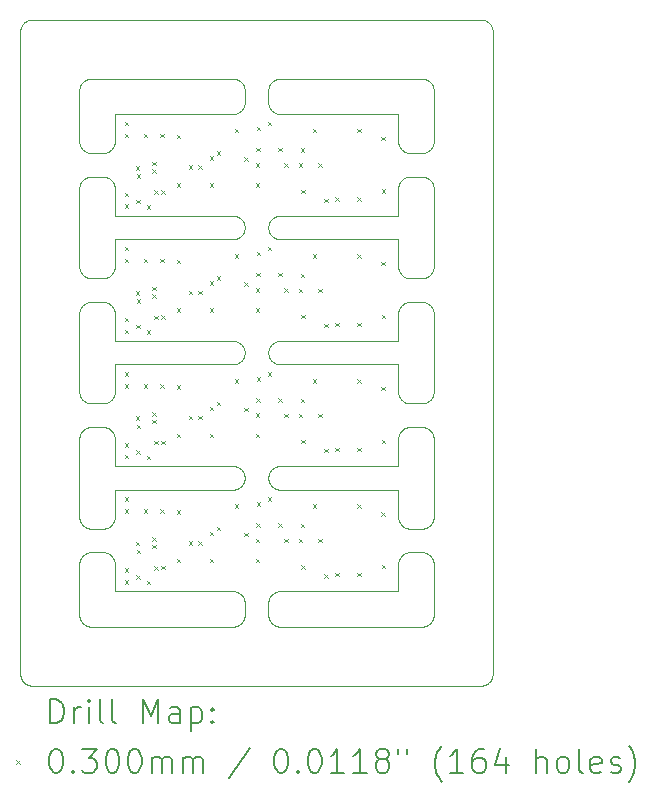
<source format=gbr>
%TF.GenerationSoftware,KiCad,Pcbnew,9.0.0*%
%TF.CreationDate,2025-02-22T21:50:31-05:00*%
%TF.ProjectId,panel,70616e65-6c2e-46b6-9963-61645f706362,v0.1.0*%
%TF.SameCoordinates,Original*%
%TF.FileFunction,Drillmap*%
%TF.FilePolarity,Positive*%
%FSLAX45Y45*%
G04 Gerber Fmt 4.5, Leading zero omitted, Abs format (unit mm)*
G04 Created by KiCad (PCBNEW 9.0.0) date 2025-02-22 21:50:31*
%MOMM*%
%LPD*%
G01*
G04 APERTURE LIST*
%ADD10C,0.100000*%
%ADD11C,0.200000*%
G04 APERTURE END LIST*
D10*
X501919Y-5059590D02*
X501081Y-5054758D01*
X16877Y-44462D02*
X16223Y-45493D01*
X566245Y-1124160D02*
X561670Y-1122396D01*
X505840Y-4243755D02*
X504302Y-4239099D01*
X3424374Y-2392994D02*
X3429099Y-2394302D01*
X504302Y-4580901D02*
X505840Y-4576245D01*
X3232811Y-3475879D02*
X3236524Y-3472676D01*
X2102994Y-4915626D02*
X2104302Y-4910901D01*
X3983778Y-5594504D02*
X3987561Y-5588192D01*
X785787Y-2141459D02*
X783164Y-2145601D01*
X1885787Y-5091459D02*
X1883164Y-5095601D01*
X1805002Y-799880D02*
X1800099Y-800000D01*
X751459Y-1115787D02*
X747192Y-1118204D01*
X552807Y-511796D02*
X557187Y-509591D01*
X3414758Y-4511081D02*
X3419589Y-4511920D01*
X1847192Y-3968204D02*
X1842813Y-3970408D01*
X3498919Y-5054758D02*
X3498080Y-5059590D01*
X3270900Y-1125698D02*
X3266245Y-1124160D01*
X3495698Y-3179099D02*
X3494160Y-3183755D01*
X2148541Y-514213D02*
X2152807Y-511796D01*
X8137Y-5579378D02*
X11283Y-5586030D01*
X3270900Y-1334302D02*
X3275626Y-1332994D01*
X3939378Y-5631863D02*
X3946030Y-5628717D01*
X525879Y-4277189D02*
X522676Y-4273476D01*
X1870740Y-2749260D02*
X1874121Y-2752811D01*
X1899880Y-3874998D02*
X1900000Y-3879901D01*
X1833755Y-3974160D02*
X1829099Y-3975698D01*
X3209591Y-3507187D02*
X3211796Y-3502807D01*
X2190108Y-500481D02*
X2194998Y-500120D01*
X3988167Y-5587123D02*
X3988716Y-5586032D01*
X1897006Y-2795626D02*
X1898080Y-2800410D01*
X770740Y-4539260D02*
X774121Y-4542811D01*
X2161670Y-2912395D02*
X2157187Y-2910408D01*
X3988717Y-5586030D02*
X3991863Y-5579378D01*
X800000Y-2489901D02*
X800000Y-2718773D01*
X3477324Y-4273476D02*
X3474121Y-4277189D01*
X751459Y-4524213D02*
X755601Y-4526836D01*
X507604Y-5078330D02*
X505840Y-5073755D01*
X1838330Y-4847604D02*
X1842813Y-4849591D01*
X705002Y-4510120D02*
X709892Y-4510481D01*
X3498080Y-580410D02*
X3498919Y-585242D01*
X3424374Y-4512994D02*
X3429099Y-4514302D01*
X777324Y-2153476D02*
X774121Y-2157189D01*
X3294998Y-3450120D02*
X3299901Y-3450000D01*
X3222676Y-2153476D02*
X3219659Y-2149610D01*
X501081Y-4595242D02*
X501919Y-4590410D01*
X3211796Y-3502807D02*
X3214213Y-3498541D01*
X1824374Y-1662994D02*
X1829099Y-1664302D01*
X585242Y-3451081D02*
X590108Y-3450481D01*
X774121Y-2422811D02*
X777324Y-2426524D01*
X3216836Y-4265601D02*
X3214213Y-4261459D01*
X1900000Y-1759901D02*
X1900000Y-1760099D01*
X509591Y-3507187D02*
X511796Y-3502807D01*
X3438330Y-3457604D02*
X3442813Y-3459591D01*
X1898919Y-4925242D02*
X1899519Y-4930108D01*
X2125879Y-3812811D02*
X2129260Y-3809260D01*
X1874121Y-3947189D02*
X1870740Y-3950740D01*
X2109591Y-2777187D02*
X2111796Y-2772807D01*
X3248541Y-1344213D02*
X3252807Y-1341796D01*
X1870740Y-770740D02*
X1867189Y-774121D01*
X3459610Y-4529660D02*
X3463476Y-4532676D01*
X3499880Y-4604998D02*
X3500000Y-4609901D01*
X1898919Y-2834758D02*
X1898080Y-2839589D01*
X44462Y-5623123D02*
X45493Y-5623777D01*
X3485787Y-5091459D02*
X3483164Y-5095601D01*
X3955538Y-16877D02*
X3954506Y-16223D01*
X561670Y-2182396D02*
X557187Y-2180409D01*
X3488204Y-1382807D02*
X3490408Y-1387187D01*
X1867189Y-1834121D02*
X1863476Y-1837324D01*
X1894160Y-3913755D02*
X1892395Y-3918330D01*
X2111796Y-4892807D02*
X2114213Y-4888541D01*
X3995992Y-72160D02*
X3995666Y-70983D01*
X797006Y-4234374D02*
X795698Y-4239099D01*
X759610Y-1110340D02*
X755601Y-1113164D01*
X2114213Y-1708541D02*
X2116836Y-1704398D01*
X1847192Y-3791796D02*
X1851459Y-3794213D01*
X794160Y-2123755D02*
X792395Y-2128330D01*
X2194998Y-3979880D02*
X2190108Y-3979519D01*
X1899519Y-5049892D02*
X1898919Y-5054758D01*
X548541Y-4524213D02*
X552807Y-4521796D01*
X544399Y-5123164D02*
X540390Y-5120340D01*
X1800099Y-2720000D02*
X1805002Y-2720120D01*
X798080Y-2470410D02*
X798919Y-2475242D01*
X1870740Y-4869260D02*
X1874121Y-4872811D01*
X60622Y-8137D02*
X53970Y-11283D01*
X3463476Y-2167324D02*
X3459610Y-2170340D01*
X3988164Y-52872D02*
X3987562Y-51810D01*
X3299901Y-2190000D02*
X3294998Y-2189880D01*
X580410Y-5138080D02*
X575626Y-5137006D01*
X4000000Y-5538773D02*
X4000000Y-101227D01*
X3499519Y-3159892D02*
X3498919Y-3164758D01*
X3275626Y-2187006D02*
X3270900Y-2185698D01*
X790408Y-3192813D02*
X788204Y-3197192D01*
X3285242Y-3451081D02*
X3290108Y-3450481D01*
X1819589Y-2721920D02*
X1824374Y-2722994D01*
X1899880Y-1754998D02*
X1900000Y-1759901D01*
X3992359Y-61741D02*
X3991864Y-60624D01*
X3214213Y-1378541D02*
X3216836Y-1374399D01*
X2114213Y-3828541D02*
X2116836Y-3824398D01*
X3497006Y-1054374D02*
X3495698Y-1059099D01*
X3480340Y-5099610D02*
X3477324Y-5103476D01*
X3442813Y-5130409D02*
X3438330Y-5132396D01*
X798080Y-4229590D02*
X797006Y-4234374D01*
X1824374Y-3782994D02*
X1829099Y-3784302D01*
X709892Y-4309519D02*
X705002Y-4309880D01*
X780340Y-4269610D02*
X777324Y-4273476D01*
X801225Y-3980000D02*
X800124Y-3980027D01*
X759610Y-2170340D02*
X755601Y-2173164D01*
X599901Y-4510000D02*
X700099Y-4510000D01*
X3222676Y-1366524D02*
X3225879Y-1362811D01*
X532811Y-2415879D02*
X536524Y-2412676D01*
X3419589Y-5138080D02*
X3414758Y-5138919D01*
X1742Y-5558297D02*
X1950Y-5559501D01*
X3929017Y-4334D02*
X3927840Y-4008D01*
X570901Y-504302D02*
X575626Y-502994D01*
X1890408Y-1802813D02*
X1888204Y-1807192D01*
X1829099Y-2915698D02*
X1824374Y-2917006D01*
X2104302Y-2849099D02*
X2102994Y-2844374D01*
X525879Y-5107189D02*
X522676Y-5103476D01*
X2116836Y-544399D02*
X2119660Y-540390D01*
X747192Y-2401796D02*
X751459Y-2404213D01*
X3455601Y-516836D02*
X3459610Y-519659D01*
X3252807Y-2178204D02*
X3248541Y-2175787D01*
X98777Y-5639940D02*
X101225Y-5640000D01*
X1885787Y-4888541D02*
X1888204Y-4892807D01*
X1824374Y-5137006D02*
X1819589Y-5138080D01*
X729099Y-4305698D02*
X724374Y-4307006D01*
X3257187Y-1120409D02*
X3252807Y-1118204D01*
X3978031Y-37544D02*
X3977279Y-36582D01*
X3266245Y-1124160D02*
X3261670Y-1122396D01*
X3232811Y-2415879D02*
X3236524Y-2412676D01*
X519659Y-3209610D02*
X516836Y-3205601D01*
X767189Y-1104121D02*
X763476Y-1107324D01*
X2100120Y-2825002D02*
X2100000Y-2820099D01*
X599901Y-2390000D02*
X700099Y-2390000D01*
X1838330Y-1667604D02*
X1842813Y-1669591D01*
X1898080Y-2800410D02*
X1898919Y-2805242D01*
X557187Y-4300409D02*
X552807Y-4298204D01*
X590108Y-2189519D02*
X585242Y-2188919D01*
X2105840Y-1793755D02*
X2104302Y-1789099D01*
X505840Y-3516245D02*
X507604Y-3511670D01*
X2175626Y-1662994D02*
X2180410Y-1661919D01*
X719589Y-2188080D02*
X714758Y-2188919D01*
X3438330Y-2182396D02*
X3433755Y-2184160D01*
X580410Y-2188080D02*
X575626Y-2187006D01*
X2114213Y-2768541D02*
X2116836Y-2764399D01*
X2114213Y-548541D02*
X2116836Y-544399D01*
X800000Y-1861227D02*
X800000Y-2090099D01*
X3211796Y-2442807D02*
X3214213Y-2438541D01*
X3201919Y-4229590D02*
X3201081Y-4224758D01*
X2100481Y-709892D02*
X2100120Y-705002D01*
X3492395Y-4571670D02*
X3494160Y-4576245D01*
X3225879Y-3217189D02*
X3222676Y-3213476D01*
X2100120Y-3874998D02*
X2100481Y-3870108D01*
X505840Y-566245D02*
X507604Y-561670D01*
X3419589Y-3248080D02*
X3414758Y-3248919D01*
X3219659Y-3490390D02*
X3222676Y-3486524D01*
X755601Y-2173164D02*
X751459Y-2175787D01*
X3400099Y-4510000D02*
X3405002Y-4510120D01*
X3209591Y-1072813D02*
X3207604Y-1068330D01*
X1863476Y-777324D02*
X1859610Y-780340D01*
X1899880Y-2814998D02*
X1900000Y-2819901D01*
X1829099Y-1664302D02*
X1833755Y-1665840D01*
X799519Y-2480108D02*
X799880Y-2484998D01*
X3470740Y-4539260D02*
X3474121Y-4542811D01*
X3956541Y-17583D02*
X3955542Y-16879D01*
X3494160Y-2456245D02*
X3495698Y-2460901D01*
X1899880Y-5045002D02*
X1899519Y-5049892D01*
X552807Y-3238204D02*
X548541Y-3235787D01*
X1800099Y-4840000D02*
X1805002Y-4840120D01*
X794160Y-1063755D02*
X792395Y-1068330D01*
X557187Y-1120409D02*
X552807Y-1118204D01*
X2129260Y-1689260D02*
X2132811Y-1685879D01*
X3204302Y-2119099D02*
X3202994Y-2114374D01*
X790408Y-1387187D02*
X792395Y-1391670D01*
X509591Y-2132813D02*
X507604Y-2128330D01*
X747192Y-1118204D02*
X742813Y-1120409D01*
X1805002Y-2720120D02*
X1809892Y-2720481D01*
X3480340Y-2430390D02*
X3483164Y-2434399D01*
X548541Y-514213D02*
X552807Y-511796D01*
X3976478Y-5604347D02*
X3977276Y-5603422D01*
X519659Y-540390D02*
X522676Y-536524D01*
X3419589Y-501919D02*
X3424374Y-502994D01*
X1870740Y-1689260D02*
X1874121Y-1692811D01*
X1874121Y-5107189D02*
X1870740Y-5110740D01*
X519659Y-1089610D02*
X516836Y-1085601D01*
X3442813Y-1339591D02*
X3447192Y-1341796D01*
X1809892Y-2720481D02*
X1814758Y-2721081D01*
X529260Y-4539260D02*
X532811Y-4535879D01*
X1883164Y-2875601D02*
X1880340Y-2879610D01*
X2190108Y-3979519D02*
X2185242Y-3978919D01*
X3499519Y-1039892D02*
X3498919Y-1044758D01*
X3901226Y-5639940D02*
X3908576Y-5639579D01*
X800124Y-4839973D02*
X801225Y-4840000D01*
X1855601Y-3796836D02*
X1859610Y-3799659D01*
X7641Y-5578259D02*
X8136Y-5579376D01*
X3474121Y-1097189D02*
X3470740Y-1100740D01*
X3483164Y-5095601D02*
X3480340Y-5099610D01*
X3463476Y-5117324D02*
X3459610Y-5120340D01*
X1892395Y-1798330D02*
X1890408Y-1802813D01*
X1892395Y-2858330D02*
X1890408Y-2862813D01*
X1842813Y-2910408D02*
X1838330Y-2912395D01*
X755601Y-3233164D02*
X751459Y-3235787D01*
X525879Y-1097189D02*
X522676Y-1093476D01*
X2194998Y-500120D02*
X2199901Y-500000D01*
X3222676Y-1093476D02*
X3219659Y-1089610D01*
X1888204Y-2772807D02*
X1890408Y-2777187D01*
X1805002Y-5139880D02*
X1800099Y-5140000D01*
X3201081Y-4224758D02*
X3200481Y-4219892D01*
X3955542Y-5623120D02*
X3956541Y-5622417D01*
X3499519Y-4219892D02*
X3498919Y-4224758D01*
X552807Y-1118204D02*
X548541Y-1115787D01*
X2199901Y-1860000D02*
X2194998Y-1859880D01*
X3229260Y-4539260D02*
X3232811Y-4535879D01*
X2102994Y-575626D02*
X2104302Y-570901D01*
X1829099Y-4844302D02*
X1833755Y-4845840D01*
X500481Y-1420108D02*
X501081Y-1415242D01*
X2166245Y-2725840D02*
X2170901Y-2724302D01*
X1874121Y-2752811D02*
X1877324Y-2756524D01*
X1894160Y-5073755D02*
X1892395Y-5078330D01*
X2170901Y-3784302D02*
X2175626Y-3782994D01*
X552807Y-1341796D02*
X557187Y-1339591D01*
X763476Y-1107324D02*
X759610Y-1110340D01*
X3424374Y-3452994D02*
X3429099Y-3454302D01*
X3222676Y-4273476D02*
X3219659Y-4269610D01*
X1880340Y-4880390D02*
X1883164Y-4884399D01*
X1814758Y-3978919D02*
X1809892Y-3979519D01*
X1819589Y-3781919D02*
X1824374Y-3782994D01*
X532811Y-5114121D02*
X529260Y-5110740D01*
X2100000Y-2819901D02*
X2100120Y-2814998D01*
X1898080Y-5059590D02*
X1897006Y-5064374D01*
X2111796Y-3927192D02*
X2109591Y-3922813D01*
X1899880Y-1765002D02*
X1899519Y-1769892D01*
X3480340Y-1089610D02*
X3477324Y-1093476D01*
X3414758Y-5138919D02*
X3409892Y-5139519D01*
X500120Y-4604998D02*
X500481Y-4600108D01*
X2107604Y-1798330D02*
X2105840Y-1793755D01*
X1863476Y-1682676D02*
X1867189Y-1685879D01*
X3204302Y-3179099D02*
X3202994Y-3174374D01*
X3495698Y-4580901D02*
X3497006Y-4585626D01*
X3204302Y-4239099D02*
X3202994Y-4234374D01*
X3244398Y-2406836D02*
X3248541Y-2404213D01*
X3451459Y-5125787D02*
X3447192Y-5128204D01*
X2185242Y-3978919D02*
X2180410Y-3978080D01*
X1892395Y-4901670D02*
X1894160Y-4906245D01*
X3202994Y-1405626D02*
X3204302Y-1400900D01*
X548541Y-3464213D02*
X552807Y-3461796D01*
X3497006Y-5064374D02*
X3495698Y-5069099D01*
X3201919Y-2109590D02*
X3201081Y-2104758D01*
X3266245Y-1335840D02*
X3270900Y-1334302D01*
X3202994Y-2114374D02*
X3201919Y-2109590D01*
X557187Y-5130409D02*
X552807Y-5128204D01*
X2129260Y-529260D02*
X2132811Y-525879D01*
X3488204Y-4257193D02*
X3485787Y-4261459D01*
X1899519Y-590108D02*
X1899880Y-594998D01*
X3236524Y-1107324D02*
X3232811Y-1104121D01*
X501919Y-4590410D02*
X502994Y-4585626D01*
X1855601Y-783164D02*
X1851459Y-785787D01*
X3419589Y-1128080D02*
X3414758Y-1128919D01*
X3490408Y-2447187D02*
X3492395Y-2451670D01*
X2107604Y-2781670D02*
X2109591Y-2777187D01*
X3405002Y-1129880D02*
X3400099Y-1130000D01*
X1898080Y-1779589D02*
X1897006Y-1784374D01*
X60624Y-5631864D02*
X61741Y-5632359D01*
X1898919Y-1745242D02*
X1899519Y-1750108D01*
X3470740Y-2419260D02*
X3474121Y-2422811D01*
X3937115Y-5632800D02*
X3938254Y-5632361D01*
X3266245Y-2395840D02*
X3270900Y-2394302D01*
X3987561Y-51808D02*
X3983778Y-45496D01*
X91422Y-421D02*
X90204Y-511D01*
X2107604Y-3918330D02*
X2105840Y-3913755D01*
X3498919Y-1415242D02*
X3499519Y-1420108D01*
X3500000Y-3150099D02*
X3499880Y-3155002D01*
X2122676Y-2883476D02*
X2119660Y-2879610D01*
X2109591Y-742813D02*
X2107604Y-738330D01*
X2107604Y-3841670D02*
X2109591Y-3837187D01*
X709892Y-3249519D02*
X705002Y-3249880D01*
X3495698Y-2119099D02*
X3494160Y-2123755D01*
X3409892Y-1129519D02*
X3405002Y-1129880D01*
X90199Y-512D02*
X88987Y-661D01*
X3400099Y-2390000D02*
X3405002Y-2390120D01*
X3490408Y-2132813D02*
X3488204Y-2137193D01*
X2180410Y-5138080D02*
X2175626Y-5137006D01*
X2100120Y-3885002D02*
X2100000Y-3880099D01*
X1897006Y-575626D02*
X1898080Y-580410D01*
X502994Y-5064374D02*
X501919Y-5059590D01*
X3219659Y-2430390D02*
X3222676Y-2426524D01*
X729099Y-2185698D02*
X724374Y-2187006D01*
X1895698Y-729099D02*
X1894160Y-733755D01*
X507604Y-1068330D02*
X505840Y-1063755D01*
X2132811Y-774121D02*
X2129260Y-770740D01*
X511796Y-5087193D02*
X509591Y-5082813D01*
X3483164Y-3205601D02*
X3480340Y-3209610D01*
X504302Y-3179099D02*
X502994Y-3174374D01*
X3285242Y-4308919D02*
X3280410Y-4308080D01*
X3485787Y-2438541D02*
X3488204Y-2442807D01*
X3257187Y-2180409D02*
X3252807Y-2178204D01*
X770740Y-3479260D02*
X774121Y-3482811D01*
X507604Y-3511670D02*
X509591Y-3507187D01*
X2144399Y-2903164D02*
X2140390Y-2900340D01*
X795698Y-1059099D02*
X794160Y-1063755D01*
X575626Y-1127006D02*
X570901Y-1125698D01*
X536524Y-4532676D02*
X540390Y-4529660D01*
X1899519Y-4930108D02*
X1899880Y-4934998D01*
X3429099Y-3245698D02*
X3424374Y-3247006D01*
X2122676Y-3943476D02*
X2119660Y-3939610D01*
X3205840Y-4243755D02*
X3204302Y-4239099D01*
X3429099Y-4514302D02*
X3433755Y-4515840D01*
X3999578Y-91422D02*
X3999489Y-90204D01*
X1867189Y-3805879D02*
X1870740Y-3809260D01*
X774121Y-1362811D02*
X777324Y-1366524D01*
X2157187Y-2910408D02*
X2152807Y-2908204D01*
X3997780Y-79301D02*
X3995992Y-72162D01*
X1870740Y-5110740D02*
X1867189Y-5114121D01*
X799519Y-1420108D02*
X799880Y-1424998D01*
X747192Y-3461796D02*
X751459Y-3464213D01*
X1877324Y-4876524D02*
X1880340Y-4880390D01*
X2190108Y-2720481D02*
X2194998Y-2720120D01*
X532811Y-3475879D02*
X536524Y-3472676D01*
X81705Y-5638259D02*
X88984Y-5639338D01*
X3438330Y-1122396D02*
X3433755Y-1124160D01*
X3209591Y-4567187D02*
X3211796Y-4562807D01*
X3200000Y-2489901D02*
X3200120Y-2484998D01*
X17583Y-43459D02*
X16879Y-44458D01*
X1819589Y-4841920D02*
X1824374Y-4842994D01*
X3405002Y-2390120D02*
X3409892Y-2390481D01*
X3299901Y-3250000D02*
X3294998Y-3249880D01*
X3285242Y-2188919D02*
X3280410Y-2188080D01*
X3451459Y-1115787D02*
X3447192Y-1118204D01*
X2199901Y-3780000D02*
X3198773Y-3780000D01*
X1874121Y-1692811D02*
X1877324Y-1696524D01*
X3200000Y-4210099D02*
X3200000Y-3981227D01*
X2136524Y-777324D02*
X2132811Y-774121D01*
X3929022Y-5635664D02*
X3930182Y-5635281D01*
X798080Y-4590410D02*
X798919Y-4595242D01*
X3997781Y-5560697D02*
X3998048Y-5559506D01*
X11283Y-53970D02*
X8137Y-60622D01*
X509591Y-4252813D02*
X507604Y-4248330D01*
X3198775Y-2720000D02*
X3199875Y-2719973D01*
X3225879Y-3482811D02*
X3229260Y-3479260D01*
X783164Y-2145601D02*
X780340Y-2149610D01*
X2109591Y-3837187D02*
X2111796Y-3832807D01*
X3909796Y-511D02*
X3908578Y-421D01*
X3463476Y-4287324D02*
X3459610Y-4290340D01*
X3419589Y-3451919D02*
X3424374Y-3452994D01*
X2140390Y-1679659D02*
X2144399Y-1676836D01*
X1814758Y-2918919D02*
X1809892Y-2919519D01*
X61741Y-7641D02*
X60624Y-8136D01*
X1855601Y-2736836D02*
X1859610Y-2739660D01*
X3207604Y-4248330D02*
X3205840Y-4243755D01*
X557187Y-2399591D02*
X561670Y-2397604D01*
X599901Y-2190000D02*
X594998Y-2189880D01*
X3492395Y-2451670D02*
X3494160Y-2456245D01*
X705002Y-3450120D02*
X709892Y-3450481D01*
X1805002Y-1859880D02*
X1800099Y-1860000D01*
X3201081Y-1044758D02*
X3200481Y-1039892D01*
X3275626Y-1332994D02*
X3280410Y-1331920D01*
X516836Y-5095601D02*
X514213Y-5091459D01*
X1800099Y-1660000D02*
X1805002Y-1660120D01*
X570901Y-3454302D02*
X575626Y-3452994D01*
X3474121Y-4542811D02*
X3477324Y-4546524D01*
X2185242Y-2721081D02*
X2190108Y-2720481D01*
X1950Y-80499D02*
X1742Y-81703D01*
X1892395Y-561670D02*
X1894160Y-566245D01*
X3451459Y-1344213D02*
X3455601Y-1346836D01*
X3219659Y-2149610D02*
X3216836Y-2145601D01*
X585242Y-4511081D02*
X590108Y-4510481D01*
X60Y-98777D02*
X0Y-101225D01*
X2148541Y-1845787D02*
X2144399Y-1843164D01*
X580410Y-1331920D02*
X585242Y-1331081D01*
X3433755Y-5134160D02*
X3429099Y-5135698D01*
X2102994Y-724374D02*
X2101920Y-719589D01*
X2122676Y-3816524D02*
X2125879Y-3812811D01*
X3451459Y-3235787D02*
X3447192Y-3238204D01*
X1863476Y-2897324D02*
X1859610Y-2900340D01*
X3467189Y-1104121D02*
X3463476Y-1107324D01*
X3414758Y-3451081D02*
X3419589Y-3451919D01*
X500481Y-3540108D02*
X501081Y-3535242D01*
X3240390Y-4290340D02*
X3236524Y-4287324D01*
X514213Y-2438541D02*
X516836Y-2434399D01*
X594998Y-4510120D02*
X599901Y-4510000D01*
X540390Y-1110340D02*
X536524Y-1107324D01*
X514213Y-1378541D02*
X516836Y-1374399D01*
X500000Y-2489901D02*
X500120Y-2484998D01*
X501081Y-2104758D02*
X500481Y-2099892D01*
X801225Y-1860000D02*
X800124Y-1860027D01*
X501081Y-585242D02*
X501919Y-580410D01*
X788204Y-4562807D02*
X790408Y-4567187D01*
X30199Y-5611535D02*
X35651Y-5616477D01*
X2152807Y-3968204D02*
X2148541Y-3965787D01*
X774121Y-1097189D02*
X770740Y-1100740D01*
X501081Y-4224758D02*
X500481Y-4219892D01*
X500120Y-1035002D02*
X500000Y-1030099D01*
X590108Y-2390481D02*
X594998Y-2390120D01*
X1888204Y-747192D02*
X1885787Y-751459D01*
X3447192Y-511796D02*
X3451459Y-514213D01*
X747192Y-4521796D02*
X751459Y-4524213D01*
X2109591Y-2862813D02*
X2107604Y-2858330D01*
X3442813Y-2399591D02*
X3447192Y-2401796D01*
X3451459Y-3464213D02*
X3455601Y-3466836D01*
X794160Y-3516245D02*
X795698Y-3520900D01*
X2101920Y-580410D02*
X2102994Y-575626D01*
X3447192Y-4521796D02*
X3451459Y-4524213D01*
X3995992Y-5567838D02*
X3997780Y-5560699D01*
X3485787Y-2141459D02*
X3483164Y-2145601D01*
X580410Y-1128080D02*
X575626Y-1127006D01*
X2175626Y-4842994D02*
X2180410Y-4841920D01*
X2119660Y-540390D02*
X2122676Y-536524D01*
X599901Y-3450000D02*
X700099Y-3450000D01*
X705002Y-2189880D02*
X700099Y-2190000D01*
X516836Y-4265601D02*
X514213Y-4261459D01*
X3983777Y-45493D02*
X3983123Y-44462D01*
X3467189Y-4535879D02*
X3470740Y-4539260D01*
X544399Y-3466836D02*
X548541Y-3464213D01*
X2185242Y-3781081D02*
X2190108Y-3780481D01*
X714758Y-3248919D02*
X709892Y-3249519D01*
X3488204Y-552807D02*
X3490408Y-557187D01*
X2119660Y-3820390D02*
X2122676Y-3816524D01*
X780340Y-1370390D02*
X783164Y-1374399D01*
X759610Y-3469659D02*
X763476Y-3472676D01*
X566245Y-4304160D02*
X561670Y-4302396D01*
X3455601Y-2406836D02*
X3459610Y-2409660D01*
X532811Y-1104121D02*
X529260Y-1100740D01*
X3474121Y-5107189D02*
X3470740Y-5110740D01*
X70978Y-4336D02*
X69818Y-4719D01*
X580410Y-2391920D02*
X585242Y-2391081D01*
X580410Y-3451919D02*
X585242Y-3451081D01*
X2148541Y-2734213D02*
X2152807Y-2731796D01*
X714758Y-1331081D02*
X719589Y-1331920D01*
X3499519Y-590108D02*
X3499880Y-594998D01*
X795698Y-2460901D02*
X797006Y-2465626D01*
X501081Y-1415242D02*
X501919Y-1410410D01*
X2157187Y-3970408D02*
X2152807Y-3968204D01*
X2100000Y-1759901D02*
X2100120Y-1754998D01*
X3983120Y-44458D02*
X3982417Y-43459D01*
X801225Y-800000D02*
X800124Y-800027D01*
X798080Y-3530410D02*
X798919Y-3535242D01*
X3200481Y-3159892D02*
X3200120Y-3155002D01*
X3200120Y-4215002D02*
X3200000Y-4210099D01*
X759610Y-4529660D02*
X763476Y-4532676D01*
X522676Y-2153476D02*
X519659Y-2149610D01*
X3240390Y-4529660D02*
X3244398Y-4526836D01*
X1899880Y-4934998D02*
X1900000Y-4939901D01*
X3200481Y-4600108D02*
X3201081Y-4595242D01*
X1883164Y-3935601D02*
X1880340Y-3939610D01*
X3438330Y-2397604D02*
X3442813Y-2399591D01*
X500120Y-2484998D02*
X500481Y-2480108D01*
X767189Y-2415879D02*
X770740Y-2419260D01*
X519659Y-4269610D02*
X516836Y-4265601D01*
X525879Y-1362811D02*
X529260Y-1359260D01*
X2109591Y-1717187D02*
X2111796Y-1712807D01*
X1895698Y-5069099D02*
X1894160Y-5073755D01*
X763476Y-2412676D02*
X767189Y-2415879D01*
X511796Y-4562807D02*
X514213Y-4558541D01*
X3954506Y-5623777D02*
X3955538Y-5623123D01*
X514213Y-4261459D02*
X511796Y-4257193D01*
X3455601Y-4293164D02*
X3451459Y-4295787D01*
X2111796Y-747192D02*
X2109591Y-742813D01*
X3477324Y-2153476D02*
X3474121Y-2157189D01*
X1833755Y-3785840D02*
X1838330Y-3787604D01*
X3500000Y-3549901D02*
X3500000Y-4210099D01*
X552807Y-4521796D02*
X557187Y-4519591D01*
X1855601Y-1676836D02*
X1859610Y-1679659D01*
X3211796Y-1382807D02*
X3214213Y-1378541D01*
X3494160Y-1396245D02*
X3495698Y-1400900D01*
X763476Y-4287324D02*
X759610Y-4290340D01*
X3201919Y-3530410D02*
X3202994Y-3525626D01*
X3474121Y-2422811D02*
X3477324Y-2426524D01*
X1842813Y-4849591D02*
X1847192Y-4851796D01*
X3477324Y-1093476D02*
X3474121Y-1097189D01*
X2157187Y-5130409D02*
X2152807Y-5128204D01*
X785787Y-1378541D02*
X788204Y-1382807D01*
X3275626Y-3247006D02*
X3270900Y-3245698D01*
X2161670Y-792395D02*
X2157187Y-790408D01*
X23523Y-5604349D02*
X28465Y-5609801D01*
X2101081Y-714758D02*
X2100481Y-709892D01*
X3240390Y-3469659D02*
X3244398Y-3466836D01*
X2144399Y-5123164D02*
X2140390Y-5120340D01*
X767189Y-4535879D02*
X770740Y-4539260D01*
X0Y-101227D02*
X0Y-5538773D01*
X2101920Y-3860410D02*
X2102994Y-3855626D01*
X1892395Y-5078330D02*
X1890408Y-5082813D01*
X3499880Y-594998D02*
X3500000Y-599901D01*
X799880Y-2484998D02*
X800000Y-2489901D01*
X1894160Y-1793755D02*
X1892395Y-1798330D01*
X709892Y-3450481D02*
X714758Y-3451081D01*
X3463476Y-1107324D02*
X3459610Y-1110340D01*
X585242Y-1128919D02*
X580410Y-1128080D01*
X3222676Y-3486524D02*
X3225879Y-3482811D01*
X1888204Y-4892807D02*
X1890408Y-4897187D01*
X1829099Y-3784302D02*
X1833755Y-3785840D01*
X3270900Y-4514302D02*
X3275626Y-4512994D01*
X1897006Y-724374D02*
X1895698Y-729099D01*
X101225Y0D02*
X98777Y-60D01*
X2152807Y-1848204D02*
X2148541Y-1845787D01*
X2122676Y-4876524D02*
X2125879Y-4872811D01*
X557187Y-3459591D02*
X561670Y-3457604D01*
X3995281Y-5570182D02*
X3995664Y-5569022D01*
X783164Y-1085601D02*
X780340Y-1089610D01*
X1819589Y-798080D02*
X1814758Y-798919D01*
X1859610Y-3799659D02*
X1863476Y-3802676D01*
X1829099Y-1855698D02*
X1824374Y-1857006D01*
X2105840Y-733755D02*
X2104302Y-729099D01*
X724374Y-3452994D02*
X729099Y-3454302D01*
X3470740Y-2160740D02*
X3467189Y-2164121D01*
X3498919Y-4224758D02*
X3498080Y-4229590D01*
X3201919Y-3169589D02*
X3201081Y-3164758D01*
X580410Y-501919D02*
X585242Y-501081D01*
X1859610Y-4859660D02*
X1863476Y-4862676D01*
X2161670Y-3787604D02*
X2166245Y-3785840D01*
X2101920Y-3899589D02*
X2101081Y-3894758D01*
X1814758Y-4841081D02*
X1819589Y-4841920D01*
X794160Y-1396245D02*
X795698Y-1400900D01*
X800027Y-1860124D02*
X800000Y-1861225D01*
X585242Y-2391081D02*
X590108Y-2390481D01*
X3405002Y-5139880D02*
X3400099Y-5140000D01*
X1809892Y-500481D02*
X1814758Y-501081D01*
X767189Y-2164121D02*
X763476Y-2167324D01*
X1805002Y-500120D02*
X1809892Y-500481D01*
X2100000Y-2820099D02*
X2100000Y-2819901D01*
X536524Y-1107324D02*
X532811Y-1104121D01*
X785787Y-4261459D02*
X783164Y-4265601D01*
X501919Y-2470410D02*
X502994Y-2465626D01*
X570901Y-3245698D02*
X566245Y-3244160D01*
X1851459Y-785787D02*
X1847192Y-788204D01*
X3495698Y-2460901D02*
X3497006Y-2465626D01*
X35651Y-23523D02*
X30199Y-28465D01*
X3424374Y-1127006D02*
X3419589Y-1128080D01*
X3488204Y-2442807D02*
X3490408Y-2447187D01*
X1809892Y-5139519D02*
X1805002Y-5139880D01*
X2129260Y-5110740D02*
X2125879Y-5107189D01*
X3202994Y-1054374D02*
X3201919Y-1049590D01*
X3442813Y-4300409D02*
X3438330Y-4302396D01*
X3429099Y-2394302D02*
X3433755Y-2395840D01*
X1809892Y-1859519D02*
X1805002Y-1859880D01*
X3477324Y-2426524D02*
X3480340Y-2430390D01*
X500481Y-1039892D02*
X500120Y-1035002D01*
X719589Y-3248080D02*
X714758Y-3248919D01*
X2100120Y-594998D02*
X2100481Y-590108D01*
X1867189Y-525879D02*
X1870740Y-529260D01*
X2161670Y-5132396D02*
X2157187Y-5130409D01*
X1800099Y-5140000D02*
X599901Y-5140000D01*
X557187Y-509591D02*
X561670Y-507604D01*
X767189Y-4284121D02*
X763476Y-4287324D01*
X1829099Y-3975698D02*
X1824374Y-3977006D01*
X3400099Y-3250000D02*
X3299901Y-3250000D01*
X2100000Y-3880099D02*
X2100000Y-3879901D01*
X759610Y-3230340D02*
X755601Y-3233164D01*
X3485787Y-4261459D02*
X3483164Y-4265601D01*
X2190108Y-4840481D02*
X2194998Y-4840120D01*
X774121Y-3482811D02*
X777324Y-3486524D01*
X3991864Y-5579376D02*
X3992359Y-5578259D01*
X3499880Y-4215002D02*
X3499519Y-4219892D01*
X2119660Y-2879610D02*
X2116836Y-2875601D01*
X3414758Y-3248919D02*
X3409892Y-3249519D01*
X2180410Y-2721920D02*
X2185242Y-2721081D01*
X797006Y-4585626D02*
X798080Y-4590410D01*
X3216836Y-1374399D02*
X3219659Y-1370390D01*
X90204Y-5639489D02*
X91422Y-5639578D01*
X3261670Y-1337604D02*
X3266245Y-1335840D01*
X790408Y-4252813D02*
X788204Y-4257193D01*
X1863476Y-2742676D02*
X1867189Y-2745879D01*
X2199901Y-800000D02*
X2194998Y-799880D01*
X2101081Y-4925242D02*
X2101920Y-4920410D01*
X3252807Y-4298204D02*
X3248541Y-4295787D01*
X3455601Y-1113164D02*
X3451459Y-1115787D01*
X1867189Y-2894121D02*
X1863476Y-2897324D01*
X1824374Y-3977006D02*
X1819589Y-3978080D01*
X788204Y-3197192D02*
X785787Y-3201459D01*
X2152807Y-3791796D02*
X2157187Y-3789591D01*
X3490408Y-1387187D02*
X3492395Y-1391670D01*
X3200000Y-801225D02*
X3199973Y-800124D01*
X580410Y-4511920D02*
X585242Y-4511081D01*
X72162Y-5635992D02*
X79301Y-5637780D01*
X552807Y-5128204D02*
X548541Y-5125787D01*
X532811Y-2164121D02*
X529260Y-2160740D01*
X3244398Y-3466836D02*
X3248541Y-3464213D01*
X2170901Y-1664302D02*
X2175626Y-1662994D01*
X1880340Y-1700390D02*
X1883164Y-1704398D01*
X540390Y-4290340D02*
X536524Y-4287324D01*
X529260Y-1100740D02*
X525879Y-1097189D01*
X3442813Y-1120409D02*
X3438330Y-1122396D01*
X590108Y-1129519D02*
X585242Y-1128919D01*
X3433755Y-4515840D02*
X3438330Y-4517604D01*
X3488204Y-5087193D02*
X3485787Y-5091459D01*
X1833755Y-794160D02*
X1829099Y-795698D01*
X798080Y-1410410D02*
X798919Y-1415242D01*
X1833755Y-2725840D02*
X1838330Y-2727604D01*
X1842813Y-5130409D02*
X1838330Y-5132396D01*
X3409892Y-4510481D02*
X3414758Y-4511081D01*
X509591Y-557187D02*
X511796Y-552807D01*
X1863476Y-1837324D02*
X1859610Y-1840340D01*
X3499880Y-2095002D02*
X3499519Y-2099892D01*
X511Y-90204D02*
X421Y-91422D01*
X575626Y-5137006D02*
X570901Y-5135698D01*
X783164Y-3494398D02*
X785787Y-3498541D01*
X3414758Y-4308919D02*
X3409892Y-4309519D01*
X3209591Y-2132813D02*
X3207604Y-2128330D01*
X2104302Y-4910901D02*
X2105840Y-4906245D01*
X500481Y-5049892D02*
X500120Y-5045002D01*
X2157187Y-3789591D02*
X2161670Y-3787604D01*
X700099Y-4310000D02*
X599901Y-4310000D01*
X2104302Y-729099D02*
X2102994Y-724374D01*
X2111796Y-552807D02*
X2114213Y-548541D01*
X2157187Y-790408D02*
X2152807Y-788204D01*
X2185242Y-5138919D02*
X2180410Y-5138080D01*
X548541Y-5125787D02*
X544399Y-5123164D01*
X3442813Y-4519591D02*
X3447192Y-4521796D01*
X3252807Y-1118204D02*
X3248541Y-1115787D01*
X1874121Y-1827189D02*
X1870740Y-1830740D01*
X566245Y-1335840D02*
X570901Y-1334302D01*
X2190108Y-799519D02*
X2185242Y-798919D01*
X17584Y-5596543D02*
X21968Y-5602453D01*
X2114213Y-5091459D02*
X2111796Y-5087193D01*
X2116836Y-755601D02*
X2114213Y-751459D01*
X714758Y-4511081D02*
X719589Y-4511920D01*
X1859610Y-2900340D02*
X1855601Y-2903164D01*
X501919Y-1049590D02*
X501081Y-1044758D01*
X44458Y-16879D02*
X43459Y-17583D01*
X3995280Y-69816D02*
X3992801Y-62887D01*
X3248541Y-4295787D02*
X3244398Y-4293164D01*
X3409892Y-3450481D02*
X3414758Y-3451081D01*
X3400099Y-5140000D02*
X2199901Y-5140000D01*
X3200481Y-4219892D02*
X3200120Y-4215002D01*
X561670Y-3457604D02*
X566245Y-3455840D01*
X544399Y-2173164D02*
X540390Y-2170340D01*
X3299901Y-1130000D02*
X3294998Y-1129880D01*
X2148541Y-1674213D02*
X2152807Y-1671796D01*
X799880Y-1035002D02*
X799519Y-1039892D01*
X599901Y-500000D02*
X1800099Y-500000D01*
X1842813Y-1669591D02*
X1847192Y-1671796D01*
X529260Y-5110740D02*
X525879Y-5107189D01*
X3201081Y-3535242D02*
X3201919Y-3530410D01*
X2190108Y-5139519D02*
X2185242Y-5138919D01*
X800000Y-3778775D02*
X800027Y-3779875D01*
X12437Y-51810D02*
X11836Y-52872D01*
X3290108Y-4309519D02*
X3285242Y-4308919D01*
X700099Y-2390000D02*
X705002Y-2390120D01*
X2136524Y-2742676D02*
X2140390Y-2739660D01*
X501919Y-2109590D02*
X501081Y-2104758D01*
X2125879Y-3947189D02*
X2122676Y-3943476D01*
X2100120Y-2814998D02*
X2100481Y-2810108D01*
X2190108Y-3780481D02*
X2194998Y-3780120D01*
X1883164Y-755601D02*
X1880340Y-759610D01*
X37544Y-21969D02*
X36582Y-22721D01*
X509591Y-4567187D02*
X511796Y-4562807D01*
X3492395Y-4248330D02*
X3490408Y-4252813D01*
X3199973Y-1659875D02*
X3200000Y-1658775D01*
X1885787Y-548541D02*
X1888204Y-552807D01*
X72160Y-4008D02*
X70983Y-4334D01*
X2152807Y-4851796D02*
X2157187Y-4849591D01*
X509591Y-2447187D02*
X511796Y-2442807D01*
X3236524Y-3227324D02*
X3232811Y-3224121D01*
X1898080Y-719589D02*
X1897006Y-724374D01*
X585242Y-5138919D02*
X580410Y-5138080D01*
X2148541Y-3794213D02*
X2152807Y-3791796D01*
X788204Y-1382807D02*
X790408Y-1387187D01*
X2180410Y-3781919D02*
X2185242Y-3781081D01*
X3266245Y-4515840D02*
X3270900Y-4514302D01*
X3498919Y-2104758D02*
X3498080Y-2109590D01*
X1814758Y-5138919D02*
X1809892Y-5139519D01*
X1880340Y-1819610D02*
X1877324Y-1823476D01*
X575626Y-4307006D02*
X570901Y-4305698D01*
X3200000Y-2090099D02*
X3200000Y-1861227D01*
X751459Y-3464213D02*
X755601Y-3466836D01*
X3200000Y-4609901D02*
X3200120Y-4604998D01*
X1859610Y-519659D02*
X1863476Y-522676D01*
X566245Y-2395840D02*
X570901Y-2394302D01*
X2100481Y-5049892D02*
X2100120Y-5045002D01*
X719589Y-2391920D02*
X724374Y-2392994D01*
X3459610Y-2409660D02*
X3463476Y-2412676D01*
X763476Y-3227324D02*
X759610Y-3230340D01*
X800000Y-801227D02*
X800000Y-1030099D01*
X705002Y-1129880D02*
X700099Y-1130000D01*
X3485787Y-3498541D02*
X3488204Y-3502807D01*
X514213Y-548541D02*
X516836Y-544399D01*
X2100481Y-3889892D02*
X2100120Y-3885002D01*
X3214213Y-1081459D02*
X3211796Y-1077193D01*
X3492395Y-561670D02*
X3494160Y-566245D01*
X3498919Y-3535242D02*
X3499519Y-3540108D01*
X3930182Y-4719D02*
X3929022Y-4336D01*
X795698Y-2119099D02*
X794160Y-2123755D01*
X88984Y-662D02*
X81705Y-1741D01*
X3999339Y-5551013D02*
X3999488Y-5549801D01*
X3229260Y-1359260D02*
X3232811Y-1355879D01*
X3459610Y-3469659D02*
X3463476Y-3472676D01*
X1855601Y-4856836D02*
X1859610Y-4859660D01*
X1890408Y-4897187D02*
X1892395Y-4901670D01*
X2152807Y-788204D02*
X2148541Y-785787D01*
X3455601Y-2173164D02*
X3451459Y-2175787D01*
X780340Y-4550390D02*
X783164Y-4554399D01*
X529260Y-2160740D02*
X525879Y-2157189D01*
X3995664Y-70978D02*
X3995281Y-69818D01*
X1838330Y-3972395D02*
X1833755Y-3974160D01*
X794160Y-2456245D02*
X795698Y-2460901D01*
X792395Y-3511670D02*
X794160Y-3516245D01*
X797006Y-2114374D02*
X795698Y-2119099D01*
X3901223Y-60D02*
X3898775Y0D01*
X2109591Y-3922813D02*
X2107604Y-3918330D01*
X2100481Y-3870108D02*
X2101081Y-3865242D01*
X3447192Y-4298204D02*
X3442813Y-4300409D01*
X3205840Y-1063755D02*
X3204302Y-1059099D01*
X3939375Y-8136D02*
X3938259Y-7641D01*
X2105840Y-2786245D02*
X2107604Y-2781670D01*
X3947128Y-5628164D02*
X3948190Y-5627562D01*
X3908576Y-421D02*
X3901226Y-60D01*
X3244398Y-4293164D02*
X3240390Y-4290340D01*
X3225879Y-2422811D02*
X3229260Y-2419260D01*
X780340Y-2149610D02*
X777324Y-2153476D01*
X3455601Y-4526836D02*
X3459610Y-4529660D01*
X3199973Y-2719875D02*
X3200000Y-2718775D01*
X2129260Y-3950740D02*
X2125879Y-3947189D01*
X1819589Y-3978080D02*
X1814758Y-3978919D01*
X661Y-88987D02*
X512Y-90199D01*
X800124Y-3779973D02*
X801225Y-3780000D01*
X1880340Y-5099610D02*
X1877324Y-5103476D01*
X3211796Y-4257193D02*
X3209591Y-4252813D01*
X3497006Y-2465626D02*
X3498080Y-2470410D01*
X1800099Y-2920000D02*
X801227Y-2920000D01*
X3211796Y-3197192D02*
X3209591Y-3192813D01*
X770740Y-1100740D02*
X767189Y-1104121D01*
X3433755Y-505840D02*
X3438330Y-507604D01*
X800000Y-1429901D02*
X800000Y-1658773D01*
X2129260Y-3809260D02*
X2132811Y-3805879D01*
X2101081Y-5054758D02*
X2100481Y-5049892D01*
X800027Y-3980124D02*
X800000Y-3981225D01*
X2199901Y-2720000D02*
X3198773Y-2720000D01*
X738330Y-4517604D02*
X742813Y-4519591D01*
X501081Y-3535242D02*
X501919Y-3530410D01*
X747192Y-1341796D02*
X751459Y-1344213D01*
X16223Y-5594506D02*
X16877Y-5595538D01*
X2132811Y-1834121D02*
X2129260Y-1830740D01*
X1814758Y-3781081D02*
X1819589Y-3781919D01*
X797006Y-2465626D02*
X798080Y-2470410D01*
X519659Y-2149610D02*
X516836Y-2145601D01*
X3498919Y-585242D02*
X3499519Y-590108D01*
X705002Y-3249880D02*
X700099Y-3250000D01*
X3498080Y-5059590D02*
X3497006Y-5064374D01*
X3976477Y-35651D02*
X3971535Y-30199D01*
X3433755Y-3244160D02*
X3429099Y-3245698D01*
X507604Y-3188330D02*
X505840Y-3183755D01*
X770740Y-2419260D02*
X774121Y-2422811D01*
X2101081Y-1745242D02*
X2101920Y-1740410D01*
X1894160Y-2853755D02*
X1892395Y-2858330D01*
X2180410Y-501919D02*
X2185242Y-501081D01*
X2116836Y-1815601D02*
X2114213Y-1811459D01*
X2111796Y-1807192D02*
X2109591Y-1802813D01*
X11284Y-5586032D02*
X11833Y-5587123D01*
X3240390Y-3230340D02*
X3236524Y-3227324D01*
X570901Y-2394302D02*
X575626Y-2392994D01*
X101227Y-5640000D02*
X3898773Y-5640000D01*
X2101920Y-2800410D02*
X2102994Y-2795626D01*
X1814758Y-1858919D02*
X1809892Y-1859519D01*
X3225879Y-1097189D02*
X3222676Y-1093476D01*
X500000Y-4210099D02*
X500000Y-3549901D01*
X2194998Y-2919880D02*
X2190108Y-2919519D01*
X3485787Y-4558541D02*
X3488204Y-4562807D01*
X1805002Y-2919880D02*
X1800099Y-2920000D01*
X3494160Y-4243755D02*
X3492395Y-4248330D01*
X2166245Y-505840D02*
X2170901Y-504302D01*
X3497006Y-4585626D02*
X3498080Y-4590410D01*
X799519Y-2099892D02*
X798919Y-2104758D01*
X733755Y-3455840D02*
X738330Y-3457604D01*
X3969801Y-28465D02*
X3964349Y-23523D01*
X594998Y-2189880D02*
X590108Y-2189519D01*
X2125879Y-532811D02*
X2129260Y-529260D01*
X790408Y-2447187D02*
X792395Y-2451670D01*
X3285242Y-2391081D02*
X3290108Y-2390481D01*
X502994Y-4234374D02*
X501919Y-4229590D01*
X3998049Y-5559501D02*
X3998258Y-5558297D01*
X80494Y-1951D02*
X79303Y-2219D01*
X3240390Y-1349660D02*
X3244398Y-1346836D01*
X719589Y-4511920D02*
X724374Y-4512994D01*
X2122676Y-1696524D02*
X2125879Y-1692811D01*
X1877324Y-2883476D02*
X1874121Y-2887189D01*
X777324Y-2426524D02*
X780340Y-2430390D01*
X785787Y-2438541D02*
X788204Y-2442807D01*
X800027Y-2920124D02*
X800000Y-2921225D01*
X3205840Y-2456245D02*
X3207604Y-2451670D01*
X3927840Y-5635992D02*
X3929017Y-5635666D01*
X3498080Y-3169589D02*
X3497006Y-3174374D01*
X590108Y-500481D02*
X594998Y-500120D01*
X1890408Y-2777187D02*
X1892395Y-2781670D01*
X570901Y-2185698D02*
X566245Y-2184160D01*
X1899519Y-709892D02*
X1898919Y-714758D01*
X3198775Y-3780000D02*
X3199875Y-3779973D01*
X795698Y-4239099D02*
X794160Y-4243755D01*
X2101081Y-2805242D02*
X2101920Y-2800410D01*
X2166245Y-794160D02*
X2161670Y-792395D01*
X2102994Y-3904374D02*
X2101920Y-3899589D01*
X1814758Y-501081D02*
X1819589Y-501919D01*
X1859610Y-1679659D02*
X1863476Y-1682676D01*
X3490408Y-3192813D02*
X3488204Y-3197192D01*
X1809892Y-1660481D02*
X1814758Y-1661081D01*
X1851459Y-2734213D02*
X1855601Y-2736836D01*
X3201081Y-2475242D02*
X3201919Y-2470410D01*
X594998Y-5139880D02*
X590108Y-5139519D01*
X1800099Y-1860000D02*
X801227Y-1860000D01*
X552807Y-2401796D02*
X557187Y-2399591D01*
X509591Y-1072813D02*
X507604Y-1068330D01*
X2180410Y-798080D02*
X2175626Y-797006D01*
X2101920Y-1779589D02*
X2101081Y-1774758D01*
X1863476Y-3957324D02*
X1859610Y-3960340D01*
X3229260Y-1100740D02*
X3225879Y-1097189D01*
X724374Y-3247006D02*
X719589Y-3248080D01*
X3495698Y-570901D02*
X3497006Y-575626D01*
X1883164Y-2764399D02*
X1885787Y-2768541D01*
X3200481Y-1420108D02*
X3201081Y-1415242D01*
X3290108Y-4510481D02*
X3294998Y-4510120D01*
X3483164Y-3494398D02*
X3485787Y-3498541D01*
X79303Y-5637781D02*
X80494Y-5638048D01*
X3494160Y-3183755D02*
X3492395Y-3188330D01*
X3447192Y-2178204D02*
X3442813Y-2180409D01*
X700099Y-3250000D02*
X599901Y-3250000D01*
X3419589Y-1331920D02*
X3424374Y-1332994D01*
X1885787Y-2871459D02*
X1883164Y-2875601D01*
X2122676Y-2756524D02*
X2125879Y-2752811D01*
X3207604Y-3511670D02*
X3209591Y-3507187D01*
X1824374Y-2722994D02*
X1829099Y-2724302D01*
X3429099Y-504302D02*
X3433755Y-505840D01*
X3236524Y-3472676D02*
X3240390Y-3469659D01*
X2175626Y-1857006D02*
X2170901Y-1855698D01*
X729099Y-3454302D02*
X733755Y-3455840D01*
X2109591Y-5082813D02*
X2107604Y-5078330D01*
X795698Y-1400900D02*
X797006Y-1405626D01*
X2175626Y-3977006D02*
X2170901Y-3975698D01*
X3447192Y-3461796D02*
X3451459Y-3464213D01*
X3207604Y-4571670D02*
X3209591Y-4567187D01*
X3248541Y-2175787D02*
X3244398Y-2173164D01*
X52872Y-11836D02*
X51810Y-12437D01*
X3244398Y-1346836D02*
X3248541Y-1344213D01*
X3236524Y-4287324D02*
X3232811Y-4284121D01*
X2148541Y-785787D02*
X2144399Y-783164D01*
X548541Y-2404213D02*
X552807Y-2401796D01*
X705002Y-4309880D02*
X700099Y-4310000D01*
X751459Y-2404213D02*
X755601Y-2406836D01*
X29312Y-5610691D02*
X30197Y-5611533D01*
X3400099Y-500000D02*
X3405002Y-500120D01*
X1897006Y-1784374D02*
X1895698Y-1789099D01*
X2144399Y-2736836D02*
X2148541Y-2734213D01*
X2116836Y-3935601D02*
X2114213Y-3931459D01*
X3405002Y-2189880D02*
X3400099Y-2190000D01*
X1885787Y-2768541D02*
X1888204Y-2772807D01*
X3209591Y-4252813D02*
X3207604Y-4248330D01*
X504302Y-570901D02*
X505840Y-566245D01*
X747192Y-3238204D02*
X742813Y-3240408D01*
X3999489Y-5549796D02*
X3999578Y-5548578D01*
X2175626Y-3782994D02*
X2180410Y-3781919D01*
X525879Y-2422811D02*
X529260Y-2419260D01*
X3485787Y-548541D02*
X3488204Y-552807D01*
X1888204Y-552807D02*
X1890408Y-557187D01*
X759610Y-1349660D02*
X763476Y-1352676D01*
X1874121Y-2887189D02*
X1870740Y-2890740D01*
X2125879Y-1827189D02*
X2122676Y-1823476D01*
X1824374Y-4842994D02*
X1829099Y-4844302D01*
X3200481Y-1039892D02*
X3200120Y-1035002D01*
X3988716Y-53967D02*
X3988167Y-52877D01*
X3490408Y-3507187D02*
X3492395Y-3511670D01*
X785787Y-3201459D02*
X783164Y-3205601D01*
X2180410Y-1661919D02*
X2185242Y-1661081D01*
X709892Y-2189519D02*
X705002Y-2189880D01*
X500120Y-1424998D02*
X500481Y-1420108D01*
X801227Y-1660000D02*
X1800099Y-1660000D01*
X799880Y-4215002D02*
X799519Y-4219892D01*
X3424374Y-5137006D02*
X3419589Y-5138080D01*
X763476Y-4532676D02*
X767189Y-4535879D01*
X777324Y-3486524D02*
X780340Y-3490390D01*
X3207604Y-1068330D02*
X3205840Y-1063755D01*
X511796Y-1382807D02*
X514213Y-1378541D01*
X3451459Y-2404213D02*
X3455601Y-2406836D01*
X11833Y-52877D02*
X11284Y-53967D01*
X799519Y-4600108D02*
X799880Y-4604998D01*
X3429099Y-3454302D02*
X3433755Y-3455840D01*
X785787Y-3498541D02*
X788204Y-3502807D01*
X3299901Y-2390000D02*
X3400099Y-2390000D01*
X1863476Y-3802676D02*
X1867189Y-3805879D01*
X2101081Y-3865242D02*
X2101920Y-3860410D01*
X3216836Y-1085601D02*
X3214213Y-1081459D01*
X3200000Y-3778773D02*
X3200000Y-3549901D01*
X3200000Y-2921225D02*
X3199973Y-2920124D01*
X540390Y-3469659D02*
X544399Y-3466836D01*
X1870740Y-2890740D02*
X1867189Y-2894121D01*
X1895698Y-3909099D02*
X1894160Y-3913755D01*
X599901Y-1330000D02*
X700099Y-1330000D01*
X3500000Y-599901D02*
X3500000Y-1030099D01*
X2194998Y-4840120D02*
X2199901Y-4840000D01*
X514213Y-4558541D02*
X516836Y-4554399D01*
X3225879Y-2157189D02*
X3222676Y-2153476D01*
X3498919Y-4595242D02*
X3499519Y-4600108D01*
X501081Y-1044758D02*
X500481Y-1039892D01*
X3252807Y-3461796D02*
X3257187Y-3459591D01*
X1900000Y-3880099D02*
X1899880Y-3885002D01*
X729099Y-3245698D02*
X724374Y-3247006D01*
X504302Y-1059099D02*
X502994Y-1054374D01*
X1880340Y-3820390D02*
X1883164Y-3824398D01*
X3275626Y-4512994D02*
X3280410Y-4511920D01*
X742813Y-1339591D02*
X747192Y-1341796D01*
X3285242Y-1128919D02*
X3280410Y-1128080D01*
X3483164Y-4265601D02*
X3480340Y-4269610D01*
X3463476Y-2412676D02*
X3467189Y-2415879D01*
X507604Y-2128330D02*
X505840Y-2123755D01*
X742813Y-4300409D02*
X738330Y-4302396D01*
X3252807Y-4521796D02*
X3257187Y-4519591D01*
X3405002Y-1330120D02*
X3409892Y-1330481D01*
X590108Y-4510481D02*
X594998Y-4510120D01*
X516836Y-2434399D02*
X519659Y-2430390D01*
X1855601Y-1843164D02*
X1851459Y-1845787D01*
X1833755Y-5134160D02*
X1829099Y-5135698D01*
X502994Y-3525626D02*
X504302Y-3520900D01*
X797006Y-1405626D02*
X798080Y-1410410D01*
X500000Y-5040099D02*
X500000Y-4609901D01*
X792395Y-4571670D02*
X794160Y-4576245D01*
X3205840Y-4576245D02*
X3207604Y-4571670D01*
X770740Y-2160740D02*
X767189Y-2164121D01*
X1874121Y-3812811D02*
X1877324Y-3816524D01*
X509591Y-3192813D02*
X507604Y-3188330D01*
X1809892Y-3979519D02*
X1805002Y-3979880D01*
X3999579Y-5548576D02*
X3999940Y-5541226D01*
X575626Y-502994D02*
X580410Y-501919D01*
X1867189Y-5114121D02*
X1863476Y-5117324D01*
X3204302Y-1400900D02*
X3205840Y-1396245D01*
X1847192Y-1848204D02*
X1842813Y-1850408D01*
X2101920Y-5059590D02*
X2101081Y-5054758D01*
X2105840Y-3913755D02*
X2104302Y-3909099D01*
X1880340Y-2760390D02*
X1883164Y-2764399D01*
X3998259Y-5558295D02*
X3999338Y-5551016D01*
X3488204Y-2137193D02*
X3485787Y-2141459D01*
X3992801Y-5577113D02*
X3995280Y-5570184D01*
X3447192Y-3238204D02*
X3442813Y-3240408D01*
X3488204Y-4562807D02*
X3490408Y-4567187D01*
X516836Y-3205601D02*
X514213Y-3201459D01*
X3497006Y-1405626D02*
X3498080Y-1410410D01*
X2119660Y-4880390D02*
X2122676Y-4876524D01*
X3222676Y-4546524D02*
X3225879Y-4542811D01*
X43459Y-5622417D02*
X44458Y-5623120D01*
X719589Y-3451919D02*
X724374Y-3452994D01*
X2144399Y-1843164D02*
X2140390Y-1840340D01*
X2101920Y-2839589D02*
X2101081Y-2834758D01*
X3219659Y-4269610D02*
X3216836Y-4265601D01*
X3222676Y-3213476D02*
X3219659Y-3209610D01*
X1892395Y-2781670D02*
X1894160Y-2786245D01*
X801225Y-2920000D02*
X800124Y-2920027D01*
X3455601Y-3466836D02*
X3459610Y-3469659D01*
X1867189Y-2745879D02*
X1870740Y-2749260D01*
X2180410Y-1858080D02*
X2175626Y-1857006D01*
X3275626Y-4307006D02*
X3270900Y-4305698D01*
X767189Y-1355879D02*
X770740Y-1359260D01*
X1847192Y-511796D02*
X1851459Y-514213D01*
X2157187Y-1669591D02*
X2161670Y-1667604D01*
X1897006Y-3904374D02*
X1895698Y-3909099D01*
X2114213Y-2871459D02*
X2111796Y-2867192D01*
X795698Y-3179099D02*
X794160Y-3183755D01*
X3266245Y-4304160D02*
X3261670Y-4302396D01*
X594998Y-2390120D02*
X599901Y-2390000D01*
X1898080Y-4920410D02*
X1898919Y-4925242D01*
X1890408Y-557187D02*
X1892395Y-561670D01*
X3938254Y-7639D02*
X3937115Y-7199D01*
X733755Y-1124160D02*
X729099Y-1125698D01*
X751459Y-4295787D02*
X747192Y-4298204D01*
X1894160Y-566245D02*
X1895698Y-570901D01*
X2148541Y-4854213D02*
X2152807Y-4851796D01*
X3198773Y-3980000D02*
X2199901Y-3980000D01*
X516836Y-3494398D02*
X519659Y-3490390D01*
X548541Y-1115787D02*
X544399Y-1113164D01*
X724374Y-2392994D02*
X729099Y-2394302D01*
X3477324Y-536524D02*
X3480340Y-540390D01*
X3911013Y-661D02*
X3909801Y-512D01*
X1892395Y-1721670D02*
X1894160Y-1726245D01*
X2102994Y-5064374D02*
X2101920Y-5059590D01*
X3207604Y-2451670D02*
X3209591Y-2447187D01*
X1867189Y-3954121D02*
X1863476Y-3957324D01*
X3480340Y-1370390D02*
X3483164Y-1374399D01*
X1890408Y-1717187D02*
X1892395Y-1721670D01*
X3280410Y-4511920D02*
X3285242Y-4511081D01*
X3216836Y-3494398D02*
X3219659Y-3490390D01*
X3499880Y-1035002D02*
X3499519Y-1039892D01*
X3497006Y-575626D02*
X3498080Y-580410D01*
X3977276Y-36578D02*
X3976478Y-35653D01*
X529260Y-4280740D02*
X525879Y-4277189D01*
X747192Y-4298204D02*
X742813Y-4300409D01*
X777324Y-3213476D02*
X774121Y-3217189D01*
X742813Y-2180409D02*
X738330Y-2182396D01*
X516836Y-2145601D02*
X514213Y-2141459D01*
X3205840Y-3183755D02*
X3204302Y-3179099D01*
X3240390Y-2409660D02*
X3244398Y-2406836D01*
X2194998Y-3780120D02*
X2199901Y-3780000D01*
X800000Y-2921227D02*
X800000Y-3150099D01*
X511796Y-2442807D02*
X514213Y-2438541D01*
X3244398Y-2173164D02*
X3240390Y-2170340D01*
X3290108Y-2189519D02*
X3285242Y-2188919D01*
X3419589Y-2391920D02*
X3424374Y-2392994D01*
X3483164Y-2145601D02*
X3480340Y-2149610D01*
X23521Y-35653D02*
X22724Y-36578D01*
X502994Y-1405626D02*
X504302Y-1400900D01*
X519659Y-4550390D02*
X522676Y-4546524D01*
X69816Y-4719D02*
X62887Y-7198D01*
X575626Y-3452994D02*
X580410Y-3451919D01*
X801227Y-2720000D02*
X1800099Y-2720000D01*
X28465Y-30199D02*
X23523Y-35651D01*
X2125879Y-5107189D02*
X2122676Y-5103476D01*
X800000Y-3150099D02*
X799880Y-3155002D01*
X3480340Y-3490390D02*
X3483164Y-3494398D01*
X3257187Y-3240408D02*
X3252807Y-3238204D01*
X1900000Y-2819901D02*
X1900000Y-2820099D01*
X3962455Y-5618031D02*
X3963418Y-5617279D01*
X544399Y-516836D02*
X548541Y-514213D01*
X2180410Y-3978080D02*
X2175626Y-3977006D01*
X37546Y-5618032D02*
X43457Y-5622416D01*
X3414758Y-1331081D02*
X3419589Y-1331920D01*
X3199973Y-4839875D02*
X3200000Y-4838775D01*
X1899519Y-1750108D02*
X1899880Y-1754998D01*
X755601Y-3466836D02*
X759610Y-3469659D01*
X1838330Y-2912395D02*
X1833755Y-2914160D01*
X3280410Y-2391920D02*
X3285242Y-2391081D01*
X1851459Y-1845787D02*
X1847192Y-1848204D01*
X3467189Y-3475879D02*
X3470740Y-3479260D01*
X3290108Y-1330481D02*
X3294998Y-1330120D01*
X501919Y-580410D02*
X502994Y-575626D01*
X3270900Y-2394302D02*
X3275626Y-2392994D01*
X719589Y-4308080D02*
X714758Y-4308919D01*
X3480340Y-2149610D02*
X3477324Y-2153476D01*
X525879Y-3217189D02*
X522676Y-3213476D01*
X2132811Y-525879D02*
X2136524Y-522676D01*
X3474121Y-2157189D02*
X3470740Y-2160740D01*
X1829099Y-2724302D02*
X1833755Y-2725840D01*
X3999940Y-98774D02*
X3999579Y-91424D01*
X500000Y-1429901D02*
X500120Y-1424998D01*
X2107604Y-4901670D02*
X2109591Y-4897187D01*
X3433755Y-1124160D02*
X3429099Y-1125698D01*
X502994Y-4585626D02*
X504302Y-4580901D01*
X798919Y-2475242D02*
X799519Y-2480108D01*
X2101920Y-719589D02*
X2101081Y-714758D01*
X2166245Y-4845840D02*
X2170901Y-4844302D01*
X0Y-5538775D02*
X60Y-5541223D01*
X2105840Y-5073755D02*
X2104302Y-5069099D01*
X570901Y-1125698D02*
X566245Y-1124160D01*
X800000Y-3549901D02*
X800000Y-3778773D01*
X421Y-91424D02*
X60Y-98774D01*
X3204302Y-4580901D02*
X3205840Y-4576245D01*
X505840Y-2123755D02*
X504302Y-2119099D01*
X1829099Y-795698D02*
X1824374Y-797006D01*
X2104302Y-1730900D02*
X2105840Y-1726245D01*
X1847192Y-1671796D02*
X1851459Y-1674213D01*
X507604Y-1391670D02*
X509591Y-1387187D01*
X1899880Y-594998D02*
X1900000Y-599901D01*
X53970Y-5628717D02*
X60622Y-5631863D01*
X799519Y-3540108D02*
X799880Y-3544998D01*
X3499519Y-4600108D02*
X3499880Y-4604998D01*
X742813Y-1120409D02*
X738330Y-1122396D01*
X2152807Y-2908204D02*
X2148541Y-2905787D01*
X3969803Y-5611533D02*
X3970688Y-5610691D01*
X12439Y-5588192D02*
X16222Y-5594504D01*
X1870740Y-529260D02*
X1874121Y-532811D01*
X1899519Y-3870108D02*
X1899880Y-3874998D01*
X501081Y-2475242D02*
X501919Y-2470410D01*
X580410Y-4308080D02*
X575626Y-4307006D01*
X504302Y-2119099D02*
X502994Y-2114374D01*
X3497006Y-4234374D02*
X3495698Y-4239099D01*
X799880Y-2095002D02*
X799519Y-2099892D01*
X3424374Y-3247006D02*
X3419589Y-3248080D01*
X3414758Y-501081D02*
X3419589Y-501919D01*
X1833755Y-4845840D02*
X1838330Y-4847604D01*
X1859610Y-5120340D02*
X1855601Y-5123164D01*
X3499880Y-1424998D02*
X3500000Y-1429901D01*
X3207604Y-3188330D02*
X3205840Y-3183755D01*
X500120Y-2095002D02*
X500000Y-2090099D01*
X3419589Y-2188080D02*
X3414758Y-2188919D01*
X2100000Y-5040099D02*
X2100000Y-4939901D01*
X566245Y-5134160D02*
X561670Y-5132396D01*
X3999940Y-5541223D02*
X4000000Y-5538775D01*
X500120Y-5045002D02*
X500000Y-5040099D01*
X575626Y-3247006D02*
X570901Y-3245698D01*
X544399Y-4526836D02*
X548541Y-4524213D01*
X2102994Y-2844374D02*
X2101920Y-2839589D01*
X742813Y-2399591D02*
X747192Y-2401796D01*
X590108Y-3450481D02*
X594998Y-3450120D01*
X801227Y-3780000D02*
X1800099Y-3780000D01*
X4008Y-5567840D02*
X4334Y-5569017D01*
X1809892Y-799519D02*
X1805002Y-799880D01*
X3275626Y-1127006D02*
X3270900Y-1125698D01*
X3920697Y-2219D02*
X3919505Y-1951D01*
X3495698Y-5069099D02*
X3494160Y-5073755D01*
X755601Y-1113164D02*
X751459Y-1115787D01*
X2119660Y-2760390D02*
X2122676Y-2756524D01*
X566245Y-3244160D02*
X561670Y-3242395D01*
X2185242Y-1858919D02*
X2180410Y-1858080D01*
X2166245Y-5134160D02*
X2161670Y-5132396D01*
X566245Y-3455840D02*
X570901Y-3454302D01*
X798919Y-4224758D02*
X798080Y-4229590D01*
X2132811Y-2745879D02*
X2136524Y-2742676D01*
X2175626Y-502994D02*
X2180410Y-501919D01*
X3447192Y-5128204D02*
X3442813Y-5130409D01*
X502994Y-2114374D02*
X501919Y-2109590D01*
X2140390Y-780340D02*
X2136524Y-777324D01*
X733755Y-2395840D02*
X738330Y-2397604D01*
X557187Y-1339591D02*
X561670Y-1337604D01*
X509591Y-1387187D02*
X511796Y-1382807D01*
X3290108Y-2390481D02*
X3294998Y-2390120D01*
X1883164Y-3824398D02*
X1885787Y-3828541D01*
X536524Y-4287324D02*
X532811Y-4284121D01*
X783164Y-4554399D02*
X785787Y-4558541D01*
X2166245Y-1665840D02*
X2170901Y-1664302D01*
X2129260Y-770740D02*
X2125879Y-767189D01*
X522676Y-4546524D02*
X525879Y-4542811D01*
X1805002Y-1660120D02*
X1809892Y-1660481D01*
X777324Y-4546524D02*
X780340Y-4550390D01*
X3219659Y-4550390D02*
X3222676Y-4546524D01*
X501919Y-4229590D02*
X501081Y-4224758D01*
X3946032Y-5628716D02*
X3947123Y-5628167D01*
X2111796Y-1712807D02*
X2114213Y-1708541D01*
X3266245Y-3244160D02*
X3261670Y-3242395D01*
X1863476Y-4862676D02*
X1867189Y-4865879D01*
X780340Y-3490390D02*
X783164Y-3494398D01*
X3483164Y-544399D02*
X3485787Y-548541D01*
X3201081Y-1415242D02*
X3201919Y-1410410D01*
X3474121Y-3482811D02*
X3477324Y-3486524D01*
X3198773Y-800000D02*
X2199901Y-800000D01*
X1855601Y-3963164D02*
X1851459Y-3965787D01*
X3492395Y-5078330D02*
X3490408Y-5082813D01*
X3480340Y-4269610D02*
X3477324Y-4273476D01*
X2152807Y-511796D02*
X2157187Y-509591D01*
X45496Y-5623778D02*
X51808Y-5627561D01*
X3470740Y-1359260D02*
X3474121Y-1362811D01*
X1847192Y-788204D02*
X1842813Y-790408D01*
X3497006Y-3174374D02*
X3495698Y-3179099D01*
X3198775Y-1660000D02*
X3199875Y-1659973D01*
X3214213Y-3201459D02*
X3211796Y-3197192D01*
X3199875Y-800027D02*
X3198775Y-800000D01*
X3270900Y-3245698D02*
X3266245Y-3244160D01*
X566245Y-505840D02*
X570901Y-504302D01*
X500120Y-594998D02*
X500481Y-590108D01*
X798080Y-3169589D02*
X797006Y-3174374D01*
X2101081Y-585242D02*
X2101920Y-580410D01*
X2140390Y-1840340D02*
X2136524Y-1837324D01*
X1877324Y-1696524D02*
X1880340Y-1700390D01*
X3499880Y-3155002D02*
X3499519Y-3159892D01*
X16879Y-5595542D02*
X17583Y-5596541D01*
X1851459Y-514213D02*
X1855601Y-516836D01*
X3498080Y-3530410D02*
X3498919Y-3535242D01*
X16222Y-45496D02*
X12439Y-51808D01*
X738330Y-2397604D02*
X742813Y-2399591D01*
X2122676Y-536524D02*
X2125879Y-532811D01*
X3938259Y-5632359D02*
X3939375Y-5631864D01*
X2125879Y-1692811D02*
X2129260Y-1689260D01*
X3470740Y-4280740D02*
X3467189Y-4284121D01*
X3248541Y-4524213D02*
X3252807Y-4521796D01*
X548541Y-3235787D02*
X544399Y-3233164D01*
X3400099Y-4310000D02*
X3299901Y-4310000D01*
X1900000Y-4939901D02*
X1900000Y-5040099D01*
X3424374Y-502994D02*
X3429099Y-504302D01*
X516836Y-1085601D02*
X514213Y-1081459D01*
X2114213Y-3931459D02*
X2111796Y-3927192D01*
X2140390Y-5120340D02*
X2136524Y-5117324D01*
X2119660Y-759610D02*
X2116836Y-755601D01*
X2199901Y-2920000D02*
X2194998Y-2919880D01*
X662Y-5551016D02*
X1741Y-5558295D01*
X1877324Y-3816524D02*
X1880340Y-3820390D01*
X529260Y-2419260D02*
X532811Y-2415879D01*
X3294998Y-4510120D02*
X3299901Y-4510000D01*
X1885787Y-1811459D02*
X1883164Y-1815601D01*
X3201919Y-1410410D02*
X3202994Y-1405626D01*
X1870740Y-1830740D02*
X1867189Y-1834121D01*
X561670Y-1122396D02*
X557187Y-1120409D01*
X1838330Y-2727604D02*
X1842813Y-2729591D01*
X3201081Y-4595242D02*
X3201919Y-4590410D01*
X1885787Y-1708541D02*
X1888204Y-1712807D01*
X2219Y-79303D02*
X1951Y-80494D01*
X700099Y-3450000D02*
X705002Y-3450120D01*
X800000Y-2718775D02*
X800027Y-2719875D01*
X500000Y-3549901D02*
X500120Y-3544998D01*
X2136524Y-5117324D02*
X2132811Y-5114121D01*
X1894160Y-733755D02*
X1892395Y-738330D01*
X3225879Y-1362811D02*
X3229260Y-1359260D01*
X3202994Y-4585626D02*
X3204302Y-4580901D01*
X1842813Y-509591D02*
X1847192Y-511796D01*
X2152807Y-2731796D02*
X2157187Y-2729591D01*
X2100120Y-1754998D02*
X2100481Y-1750108D01*
X1819589Y-2918080D02*
X1814758Y-2918919D01*
X2116836Y-5095601D02*
X2114213Y-5091459D01*
X3261670Y-3457604D02*
X3266245Y-3455840D01*
X519659Y-3490390D02*
X522676Y-3486524D01*
X525879Y-532811D02*
X529260Y-529260D01*
X3200000Y-1861225D02*
X3199973Y-1860124D01*
X30197Y-28467D02*
X29312Y-29309D01*
X709892Y-1330481D02*
X714758Y-1331081D01*
X3200000Y-2718773D02*
X3200000Y-2489901D01*
X28467Y-5609803D02*
X29309Y-5610688D01*
X1851459Y-5125787D02*
X1847192Y-5128204D01*
X502994Y-575626D02*
X504302Y-570901D01*
X2199901Y-4840000D02*
X3198773Y-4840000D01*
X1838330Y-3787604D02*
X1842813Y-3789591D01*
X2122676Y-1823476D02*
X2119660Y-1819610D01*
X780340Y-3209610D02*
X777324Y-3213476D01*
X3987562Y-5588190D02*
X3988164Y-5587128D01*
X585242Y-1331081D02*
X590108Y-1330481D01*
X536524Y-5117324D02*
X532811Y-5114121D01*
X1899519Y-2829892D02*
X1898919Y-2834758D01*
X3477324Y-4546524D02*
X3480340Y-4550390D01*
X1867189Y-1685879D02*
X1870740Y-1689260D01*
X3201081Y-2104758D02*
X3200481Y-2099892D01*
X3459610Y-5120340D02*
X3455601Y-5123164D01*
X714758Y-2188919D02*
X709892Y-2189519D01*
X585242Y-2188919D02*
X580410Y-2188080D01*
X91424Y-5639579D02*
X98774Y-5639940D01*
X792395Y-1391670D02*
X794160Y-1396245D01*
X3498919Y-3164758D02*
X3498080Y-3169589D01*
X3971535Y-5609801D02*
X3976477Y-5604349D01*
X504302Y-1400900D02*
X505840Y-1396245D01*
X3455601Y-1346836D02*
X3459610Y-1349660D01*
X1900000Y-3879901D02*
X1900000Y-3880099D01*
X3400099Y-1130000D02*
X3299901Y-1130000D01*
X3216836Y-2434399D02*
X3219659Y-2430390D01*
X3495698Y-1059099D02*
X3494160Y-1063755D01*
X1847192Y-2908204D02*
X1842813Y-2910408D01*
X2119660Y-3939610D02*
X2116836Y-3935601D01*
X2194998Y-2720120D02*
X2199901Y-2720000D01*
X1809892Y-4840481D02*
X1814758Y-4841081D01*
X2136524Y-3957324D02*
X2132811Y-3954121D01*
X1870740Y-3950740D02*
X1867189Y-3954121D01*
X1895698Y-1789099D02*
X1894160Y-1793755D01*
X797006Y-3525626D02*
X798080Y-3530410D01*
X1898080Y-580410D02*
X1898919Y-585242D01*
X1888204Y-3927192D02*
X1885787Y-3931459D01*
X724374Y-4307006D02*
X719589Y-4308080D01*
X3261670Y-2397604D02*
X3266245Y-2395840D01*
X3477324Y-5103476D02*
X3474121Y-5107189D01*
X585242Y-3248919D02*
X580410Y-3248080D01*
X3294998Y-4309880D02*
X3290108Y-4309519D01*
X770740Y-4280740D02*
X767189Y-4284121D01*
X540390Y-5120340D02*
X536524Y-5117324D01*
X3498080Y-4229590D02*
X3497006Y-4234374D01*
X3409892Y-1330481D02*
X3414758Y-1331081D01*
X3225879Y-4277189D02*
X3222676Y-4273476D01*
X2136524Y-2897324D02*
X2132811Y-2894121D01*
X3202994Y-3174374D02*
X3201919Y-3169589D01*
X2132811Y-5114121D02*
X2129260Y-5110740D01*
X3232811Y-2164121D02*
X3229260Y-2160740D01*
X2104302Y-5069099D02*
X2102994Y-5064374D01*
X2199901Y-1660000D02*
X3198773Y-1660000D01*
X3433755Y-2184160D02*
X3429099Y-2185698D01*
X783164Y-2434399D02*
X785787Y-2438541D01*
X3919505Y-5638048D02*
X3920697Y-5637781D01*
X1874121Y-532811D02*
X1877324Y-536524D01*
X3405002Y-3249880D02*
X3400099Y-3250000D01*
X599901Y-1130000D02*
X594998Y-1129880D01*
X774121Y-3217189D02*
X770740Y-3220740D01*
X3280410Y-2188080D02*
X3275626Y-2187006D01*
X1805002Y-3780120D02*
X1809892Y-3780481D01*
X2140390Y-519659D02*
X2144399Y-516836D01*
X511796Y-2137193D02*
X509591Y-2132813D01*
X3222676Y-2426524D02*
X3225879Y-2422811D01*
X2170901Y-4844302D02*
X2175626Y-4842994D01*
X1894160Y-1726245D02*
X1895698Y-1730900D01*
X1888204Y-3832807D02*
X1890408Y-3837187D01*
X500481Y-590108D02*
X501081Y-585242D01*
X594998Y-3249880D02*
X590108Y-3249519D01*
X1741Y-81705D02*
X662Y-88984D01*
X800000Y-1030099D02*
X799880Y-1035002D01*
X3442813Y-3240408D02*
X3438330Y-3242395D01*
X2157187Y-2729591D02*
X2161670Y-2727604D01*
X3470740Y-3479260D02*
X3474121Y-3482811D01*
X3978032Y-5602453D02*
X3982416Y-5596543D01*
X3499519Y-3540108D02*
X3499880Y-3544998D01*
X3492395Y-3511670D02*
X3494160Y-3516245D01*
X3214213Y-4558541D02*
X3216836Y-4554399D01*
X799519Y-1039892D02*
X798919Y-1044758D01*
X21969Y-5602455D02*
X22721Y-5603418D01*
X511796Y-4257193D02*
X509591Y-4252813D01*
X2100120Y-705002D02*
X2100000Y-700099D01*
X3285242Y-1331081D02*
X3290108Y-1330481D01*
X700099Y-4510000D02*
X705002Y-4510120D01*
X1859610Y-1840340D02*
X1855601Y-1843164D01*
X3499519Y-2099892D02*
X3498919Y-2104758D01*
X2170901Y-3975698D02*
X2166245Y-3974160D01*
X3261670Y-4517604D02*
X3266245Y-4515840D01*
X511796Y-1077193D02*
X509591Y-1072813D01*
X1877324Y-1823476D02*
X1874121Y-1827189D01*
X2129260Y-2749260D02*
X2132811Y-2745879D01*
X3459610Y-519659D02*
X3463476Y-522676D01*
X3200120Y-4604998D02*
X3200481Y-4600108D01*
X1805002Y-3979880D02*
X1800099Y-3980000D01*
X3199875Y-2920027D02*
X3198775Y-2920000D01*
X2111796Y-2867192D02*
X2109591Y-2862813D01*
X2102994Y-3855626D02*
X2104302Y-3850900D01*
X3200000Y-1658773D02*
X3200000Y-1429901D01*
X3956543Y-5622416D02*
X3962453Y-5618032D01*
X3920699Y-5637780D02*
X3927838Y-5635992D01*
X3483164Y-1374399D02*
X3485787Y-1378541D01*
X3229260Y-2419260D02*
X3232811Y-2415879D01*
X540390Y-519659D02*
X544399Y-516836D01*
X3400099Y-2190000D02*
X3299901Y-2190000D01*
X3477324Y-3486524D02*
X3480340Y-3490390D01*
X3229260Y-3220740D02*
X3225879Y-3217189D01*
X780340Y-2430390D02*
X783164Y-2434399D01*
X2104302Y-3850900D02*
X2105840Y-3846245D01*
X3498080Y-1049590D02*
X3497006Y-1054374D01*
X2116836Y-2875601D02*
X2114213Y-2871459D01*
X729099Y-1125698D02*
X724374Y-1127006D01*
X1800099Y-3980000D02*
X801227Y-3980000D01*
X2166245Y-1854160D02*
X2161670Y-1852395D01*
X3252807Y-3238204D02*
X3248541Y-3235787D01*
X512Y-5549801D02*
X661Y-5551013D01*
X2119660Y-1819610D02*
X2116836Y-1815601D01*
X1883164Y-4884399D02*
X1885787Y-4888541D01*
X3494160Y-5073755D02*
X3492395Y-5078330D01*
X1895698Y-4910901D02*
X1897006Y-4915626D01*
X3438330Y-507604D02*
X3442813Y-509591D01*
X3483164Y-2434399D02*
X3485787Y-2438541D01*
X3207604Y-1391670D02*
X3209591Y-1387187D01*
X516836Y-1374399D02*
X519659Y-1370390D01*
X561670Y-2397604D02*
X566245Y-2395840D01*
X2116836Y-3824398D02*
X2119660Y-3820390D01*
X3205840Y-1396245D02*
X3207604Y-1391670D01*
X738330Y-3457604D02*
X742813Y-3459591D01*
X3483164Y-1085601D02*
X3480340Y-1089610D01*
X800000Y-1658775D02*
X800027Y-1659875D01*
X3214213Y-2438541D02*
X3216836Y-2434399D01*
X792395Y-4248330D02*
X790408Y-4252813D01*
X507604Y-561670D02*
X509591Y-557187D01*
X1900000Y-2820099D02*
X1899880Y-2825002D01*
X3500000Y-4210099D02*
X3499880Y-4215002D01*
X1819589Y-1858080D02*
X1814758Y-1858919D01*
X4719Y-5570184D02*
X7198Y-5577113D01*
X777324Y-1093476D02*
X774121Y-1097189D01*
X1819589Y-1661919D02*
X1824374Y-1662994D01*
X3200120Y-2484998D02*
X3200481Y-2480108D01*
X3470740Y-5110740D02*
X3467189Y-5114121D01*
X3409892Y-4309519D02*
X3405002Y-4309880D01*
X795698Y-3520900D02*
X797006Y-3525626D01*
X799880Y-3544998D02*
X800000Y-3549901D01*
X3470740Y-3220740D02*
X3467189Y-3224121D01*
X3499880Y-5045002D02*
X3499519Y-5049892D01*
X709892Y-4510481D02*
X714758Y-4511081D01*
X3433755Y-1335840D02*
X3438330Y-1337604D01*
X532811Y-525879D02*
X536524Y-522676D01*
X8136Y-60624D02*
X7641Y-61741D01*
X1833755Y-2914160D02*
X1829099Y-2915698D01*
X1833755Y-1665840D02*
X1838330Y-1667604D01*
X3495698Y-4239099D02*
X3494160Y-4243755D01*
X724374Y-2187006D02*
X719589Y-2188080D01*
X511796Y-552807D02*
X514213Y-548541D01*
X788204Y-4257193D02*
X785787Y-4261459D01*
X738330Y-1337604D02*
X742813Y-1339591D01*
X700099Y-2190000D02*
X599901Y-2190000D01*
X43457Y-17584D02*
X37546Y-21968D01*
X2140390Y-4859660D02*
X2144399Y-4856836D01*
X3214213Y-3498541D02*
X3216836Y-3494398D01*
X738330Y-3242395D02*
X733755Y-3244160D01*
X1847192Y-5128204D02*
X1842813Y-5130409D01*
X540390Y-4529660D02*
X544399Y-4526836D01*
X2161670Y-1852395D02*
X2157187Y-1850408D01*
X3261670Y-2182396D02*
X3257187Y-2180409D01*
X3490408Y-557187D02*
X3492395Y-561670D01*
X522676Y-1093476D02*
X519659Y-1089610D01*
X2107604Y-5078330D02*
X2105840Y-5073755D01*
X1863476Y-5117324D02*
X1859610Y-5120340D01*
X3209591Y-1387187D02*
X3211796Y-1382807D01*
X3294998Y-2390120D02*
X3299901Y-2390000D01*
X522676Y-1366524D02*
X525879Y-1362811D01*
X3202994Y-2465626D02*
X3204302Y-2460901D01*
X53967Y-11284D02*
X52877Y-11833D01*
X3485787Y-3201459D02*
X3483164Y-3205601D01*
X3946030Y-11283D02*
X3939378Y-8137D01*
X3499519Y-2480108D02*
X3499880Y-2484998D01*
X3299901Y-4510000D02*
X3400099Y-4510000D01*
X2104302Y-3909099D02*
X2102994Y-3904374D01*
X3200481Y-3540108D02*
X3201081Y-3535242D01*
X3299901Y-4310000D02*
X3294998Y-4309880D01*
X3474121Y-532811D02*
X3477324Y-536524D01*
X80499Y-5638049D02*
X81703Y-5638258D01*
X3236524Y-2167324D02*
X3232811Y-2164121D01*
X500481Y-2099892D02*
X500120Y-2095002D01*
X1800099Y-500000D02*
X1805002Y-500120D01*
X3459610Y-1110340D02*
X3455601Y-1113164D01*
X1888204Y-5087193D02*
X1885787Y-5091459D01*
X3497006Y-2114374D02*
X3495698Y-2119099D01*
X714758Y-1128919D02*
X709892Y-1129519D01*
X3463476Y-1352676D02*
X3467189Y-1355879D01*
X500120Y-4215002D02*
X500000Y-4210099D01*
X3285242Y-3248919D02*
X3280410Y-3248080D01*
X500000Y-3150099D02*
X500000Y-2489901D01*
X22721Y-36582D02*
X21969Y-37544D01*
X2107604Y-738330D02*
X2105840Y-733755D01*
X2140390Y-2739660D02*
X2144399Y-2736836D01*
X733755Y-4304160D02*
X729099Y-4305698D01*
X4008Y-72162D02*
X2220Y-79301D01*
X2136524Y-4862676D02*
X2140390Y-4859660D01*
X3970688Y-29309D02*
X3969803Y-28467D01*
X3498919Y-2475242D02*
X3499519Y-2480108D01*
X580410Y-3248080D02*
X575626Y-3247006D01*
X69818Y-5635281D02*
X70978Y-5635664D01*
X3490408Y-5082813D02*
X3488204Y-5087193D01*
X3202994Y-4234374D02*
X3201919Y-4229590D01*
X770740Y-1359260D02*
X774121Y-1362811D01*
X3474121Y-4277189D02*
X3470740Y-4280740D01*
X3252807Y-1341796D02*
X3257187Y-1339591D01*
X501919Y-1410410D02*
X502994Y-1405626D01*
X514213Y-5091459D02*
X511796Y-5087193D01*
X774121Y-2157189D02*
X770740Y-2160740D01*
X532811Y-4535879D02*
X536524Y-4532676D01*
X1898080Y-3860410D02*
X1898919Y-3865242D01*
X501919Y-3530410D02*
X502994Y-3525626D01*
X3414758Y-2391081D02*
X3419589Y-2391920D01*
X3414758Y-2188919D02*
X3409892Y-2189519D01*
X575626Y-2392994D02*
X580410Y-2391920D01*
X2140390Y-3799659D02*
X2144399Y-3796836D01*
X3911016Y-5639338D02*
X3918295Y-5638259D01*
X2144399Y-3796836D02*
X2148541Y-3794213D01*
X3918295Y-1741D02*
X3911016Y-662D01*
X3419589Y-4308080D02*
X3414758Y-4308919D01*
X3995666Y-5569017D02*
X3995992Y-5567840D01*
X3266245Y-3455840D02*
X3270900Y-3454302D01*
X2100481Y-590108D02*
X2101081Y-585242D01*
X3419589Y-4511920D02*
X3424374Y-4512994D01*
X3982416Y-43457D02*
X3978032Y-37546D01*
X3500000Y-1429901D02*
X3500000Y-2090099D01*
X3492395Y-2128330D02*
X3490408Y-2132813D01*
X2100000Y-700099D02*
X2100000Y-599901D01*
X2111796Y-2772807D02*
X2114213Y-2768541D01*
X1892395Y-738330D02*
X1890408Y-742813D01*
X1898919Y-585242D02*
X1899519Y-590108D01*
X590108Y-4309519D02*
X585242Y-4308919D01*
X755601Y-4293164D02*
X751459Y-4295787D01*
X2109591Y-557187D02*
X2111796Y-552807D01*
X1877324Y-536524D02*
X1880340Y-540390D01*
X590108Y-5139519D02*
X585242Y-5138919D01*
X3429099Y-2185698D02*
X3424374Y-2187006D01*
X3248541Y-2404213D02*
X3252807Y-2401796D01*
X2170901Y-2724302D02*
X2175626Y-2722994D01*
X3495698Y-3520900D02*
X3497006Y-3525626D01*
X536524Y-3227324D02*
X532811Y-3224121D01*
X1885787Y-751459D02*
X1883164Y-755601D01*
X507604Y-4248330D02*
X505840Y-4243755D01*
X525879Y-3482811D02*
X529260Y-3479260D01*
X1880340Y-2879610D02*
X1877324Y-2883476D01*
X2104302Y-2790901D02*
X2105840Y-2786245D01*
X2170901Y-5135698D02*
X2166245Y-5134160D01*
X3438330Y-3242395D02*
X3433755Y-3244160D01*
X2148541Y-3965787D02*
X2144399Y-3963164D01*
X1888204Y-2867192D02*
X1885787Y-2871459D01*
X3261670Y-3242395D02*
X3257187Y-3240408D01*
X1874121Y-767189D02*
X1870740Y-770740D01*
X794160Y-3183755D02*
X792395Y-3188330D01*
X1899880Y-3885002D02*
X1899519Y-3889892D01*
X1895698Y-2849099D02*
X1894160Y-2853755D01*
X81703Y-1742D02*
X80499Y-1950D01*
X1838330Y-792395D02*
X1833755Y-794160D01*
X3199973Y-3779875D02*
X3200000Y-3778775D01*
X777324Y-4273476D02*
X774121Y-4277189D01*
X2194998Y-799880D02*
X2190108Y-799519D01*
X3200000Y-3150099D02*
X3200000Y-2921227D01*
X522676Y-4273476D02*
X519659Y-4269610D01*
X2194998Y-1660120D02*
X2199901Y-1660000D01*
X2122676Y-5103476D02*
X2119660Y-5099610D01*
X570901Y-5135698D02*
X566245Y-5134160D01*
X3494160Y-1063755D02*
X3492395Y-1068330D01*
X544399Y-2406836D02*
X548541Y-2404213D01*
X3248541Y-3235787D02*
X3244398Y-3233164D01*
X3214213Y-4261459D02*
X3211796Y-4257193D01*
X1900000Y-5040099D02*
X1899880Y-5045002D01*
X501081Y-5054758D02*
X500481Y-5049892D01*
X2109591Y-4897187D02*
X2111796Y-4892807D01*
X3998048Y-80494D02*
X3997781Y-79303D01*
X519659Y-2430390D02*
X522676Y-2426524D01*
X3498080Y-2470410D02*
X3498919Y-2475242D01*
X504302Y-2460901D02*
X505840Y-2456245D01*
X1851459Y-3965787D02*
X1847192Y-3968204D01*
X1870740Y-3809260D02*
X1874121Y-3812811D01*
X3200120Y-1424998D02*
X3200481Y-1420108D01*
X2109591Y-1802813D02*
X2107604Y-1798330D01*
X570901Y-4305698D02*
X566245Y-4304160D01*
X594998Y-500120D02*
X599901Y-500000D01*
X3409892Y-500481D02*
X3414758Y-501081D01*
X501919Y-3169589D02*
X501081Y-3164758D01*
X2170901Y-1855698D02*
X2166245Y-1854160D01*
X2185242Y-1661081D02*
X2190108Y-1660481D01*
X2102994Y-1735626D02*
X2104302Y-1730900D01*
X502994Y-2465626D02*
X504302Y-2460901D01*
X2111796Y-3832807D02*
X2114213Y-3828541D01*
X3991863Y-60622D02*
X3988717Y-53970D01*
X2170901Y-504302D02*
X2175626Y-502994D01*
X566245Y-4515840D02*
X570901Y-4514302D01*
X561670Y-5132396D02*
X557187Y-5130409D01*
X504302Y-4239099D02*
X502994Y-4234374D01*
X800124Y-2719973D02*
X801225Y-2720000D01*
X1888204Y-1712807D02*
X1890408Y-1717187D01*
X3433755Y-4304160D02*
X3429099Y-4305698D01*
X2100481Y-1769892D02*
X2100120Y-1765002D01*
X3261670Y-4302396D02*
X3257187Y-4300409D01*
X3204302Y-3520900D02*
X3205840Y-3516245D01*
X2116836Y-4884399D02*
X2119660Y-4880390D01*
X2161670Y-507604D02*
X2166245Y-505840D01*
X3451459Y-2175787D02*
X3447192Y-2178204D01*
X798919Y-1415242D02*
X799519Y-1420108D01*
X3201919Y-1049590D02*
X3201081Y-1044758D01*
X500481Y-4219892D02*
X500120Y-4215002D01*
X1829099Y-504302D02*
X1833755Y-505840D01*
X2100000Y-599901D02*
X2100120Y-594998D01*
X3199875Y-3980027D02*
X3198775Y-3980000D01*
X2100481Y-2829892D02*
X2100120Y-2825002D01*
X3232811Y-1355879D02*
X3236524Y-1352676D01*
X1824374Y-797006D02*
X1819589Y-798080D01*
X2107604Y-1721670D02*
X2109591Y-1717187D01*
X501081Y-3164758D02*
X500481Y-3159892D01*
X1855601Y-5123164D02*
X1851459Y-5125787D01*
X2199901Y-5140000D02*
X2194998Y-5139880D01*
X552807Y-2178204D02*
X548541Y-2175787D01*
X3467189Y-4284121D02*
X3463476Y-4287324D01*
X532811Y-4284121D02*
X529260Y-4280740D01*
X1842813Y-1850408D02*
X1838330Y-1852395D01*
X1842813Y-3789591D02*
X1847192Y-3791796D01*
X724374Y-4512994D02*
X729099Y-4514302D01*
X799519Y-4219892D02*
X798919Y-4224758D01*
X2199901Y-3980000D02*
X2194998Y-3979880D01*
X1851459Y-3794213D02*
X1855601Y-3796836D01*
X1851459Y-4854213D02*
X1855601Y-4856836D01*
X763476Y-2167324D02*
X759610Y-2170340D01*
X3236524Y-2412676D02*
X3240390Y-2409660D01*
X51808Y-12439D02*
X45496Y-16222D01*
X3275626Y-2392994D02*
X3280410Y-2391920D01*
X800000Y-4609901D02*
X800000Y-4838773D01*
X536524Y-2412676D02*
X540390Y-2409660D01*
X3200120Y-3544998D02*
X3200481Y-3540108D01*
X2100481Y-1750108D02*
X2101081Y-1745242D01*
X1880340Y-759610D02*
X1877324Y-763476D01*
X3477324Y-3213476D02*
X3474121Y-3217189D01*
X792395Y-2451670D02*
X794160Y-2456245D01*
X3424374Y-2187006D02*
X3419589Y-2188080D01*
X800000Y-4210099D02*
X799880Y-4215002D01*
X3492395Y-3188330D02*
X3490408Y-3192813D01*
X536524Y-2167324D02*
X532811Y-2164121D01*
X3474121Y-3217189D02*
X3470740Y-3220740D01*
X800124Y-1659973D02*
X801225Y-1660000D01*
X3211796Y-1077193D02*
X3209591Y-1072813D01*
X561670Y-4302396D02*
X557187Y-4300409D01*
X61745Y-5632361D02*
X62885Y-5632800D01*
X801227Y-4840000D02*
X1800099Y-4840000D01*
X3270900Y-3454302D02*
X3275626Y-3452994D01*
X7639Y-61745D02*
X7199Y-62885D01*
X3414758Y-1128919D02*
X3409892Y-1129519D01*
X3470740Y-529260D02*
X3474121Y-532811D01*
X733755Y-3244160D02*
X729099Y-3245698D01*
X705002Y-1330120D02*
X709892Y-1330481D01*
X3270900Y-4305698D02*
X3266245Y-4304160D01*
X3463476Y-4532676D02*
X3467189Y-4535879D01*
X594998Y-3450120D02*
X599901Y-3450000D01*
X3459610Y-2170340D02*
X3455601Y-2173164D01*
X3200000Y-3981225D02*
X3199973Y-3980124D01*
X2104302Y-1789099D02*
X2102994Y-1784374D01*
X798919Y-4595242D02*
X799519Y-4600108D01*
X1880340Y-3939610D02*
X1877324Y-3943476D01*
X3442813Y-509591D02*
X3447192Y-511796D01*
X2190108Y-1859519D02*
X2185242Y-1858919D01*
X774121Y-4277189D02*
X770740Y-4280740D01*
X1819589Y-5138080D02*
X1814758Y-5138919D01*
X1859610Y-780340D02*
X1855601Y-783164D01*
X3962453Y-21968D02*
X3956543Y-17584D01*
X1800099Y-3780000D02*
X1805002Y-3780120D01*
X544399Y-1113164D02*
X540390Y-1110340D01*
X3898773Y0D02*
X101227Y0D01*
X548541Y-1344213D02*
X552807Y-1341796D01*
X1897006Y-1735626D02*
X1898080Y-1740410D01*
X505840Y-4576245D02*
X507604Y-4571670D01*
X2132811Y-2894121D02*
X2129260Y-2890740D01*
X1890408Y-742813D02*
X1888204Y-747192D01*
X3214213Y-2141459D02*
X3211796Y-2137193D01*
X751459Y-2175787D02*
X747192Y-2178204D01*
X3964349Y-5616477D02*
X3969801Y-5611535D01*
X575626Y-2187006D02*
X570901Y-2185698D01*
X3963422Y-5617276D02*
X3964347Y-5616478D01*
X3470740Y-1100740D02*
X3467189Y-1104121D01*
X36578Y-22724D02*
X35653Y-23521D01*
X3498919Y-1044758D02*
X3498080Y-1049590D01*
X3467189Y-2164121D02*
X3463476Y-2167324D01*
X2199901Y-500000D02*
X3400099Y-500000D01*
X2152807Y-5128204D02*
X2148541Y-5125787D01*
X3919501Y-1950D02*
X3918297Y-1742D01*
X3447192Y-2401796D02*
X3451459Y-2404213D01*
X2220Y-5560699D02*
X4008Y-5567838D01*
X1895698Y-1730900D02*
X1897006Y-1735626D01*
X798919Y-3164758D02*
X798080Y-3169589D01*
X540390Y-3230340D02*
X536524Y-3227324D01*
X3480340Y-4550390D02*
X3483164Y-4554399D01*
X792395Y-2128330D02*
X790408Y-2132813D01*
X3290108Y-1129519D02*
X3285242Y-1128919D01*
X742813Y-3240408D02*
X738330Y-3242395D01*
X2100481Y-2810108D02*
X2101081Y-2805242D01*
X4336Y-5569022D02*
X4719Y-5570182D01*
X2144399Y-3963164D02*
X2140390Y-3960340D01*
X3225879Y-4542811D02*
X3229260Y-4539260D01*
X3494160Y-2123755D02*
X3492395Y-2128330D01*
X3294998Y-1129880D02*
X3290108Y-1129519D01*
X1898919Y-1774758D02*
X1898080Y-1779589D01*
X504302Y-3520900D02*
X505840Y-3516245D01*
X3232811Y-4284121D02*
X3229260Y-4280740D01*
X733755Y-1335840D02*
X738330Y-1337604D01*
X3488204Y-3197192D02*
X3485787Y-3201459D01*
X3257187Y-3459591D02*
X3261670Y-3457604D01*
X3405002Y-3450120D02*
X3409892Y-3450481D01*
X2102994Y-1784374D02*
X2101920Y-1779589D01*
X3266245Y-2184160D02*
X3261670Y-2182396D01*
X1890408Y-2862813D02*
X1888204Y-2867192D01*
X3500000Y-2489901D02*
X3500000Y-3150099D01*
X3467189Y-5114121D02*
X3463476Y-5117324D01*
X561670Y-4517604D02*
X566245Y-4515840D01*
X3199875Y-1860027D02*
X3198775Y-1860000D01*
X3463476Y-3227324D02*
X3459610Y-3230340D01*
X2132811Y-1685879D02*
X2136524Y-1682676D01*
X505840Y-1063755D02*
X504302Y-1059099D01*
X1883164Y-5095601D02*
X1880340Y-5099610D01*
X3198773Y-2920000D02*
X2199901Y-2920000D01*
X548541Y-2175787D02*
X544399Y-2173164D01*
X1888204Y-1807192D02*
X1885787Y-1811459D01*
X532811Y-1355879D02*
X536524Y-1352676D01*
X3494160Y-4576245D02*
X3495698Y-4580901D01*
X3400099Y-1330000D02*
X3405002Y-1330120D01*
X3280410Y-1331920D02*
X3285242Y-1331081D01*
X1898919Y-2805242D02*
X1899519Y-2810108D01*
X2157187Y-509591D02*
X2161670Y-507604D01*
X1800099Y-800000D02*
X801227Y-800000D01*
X738330Y-1122396D02*
X733755Y-1124160D01*
X3405002Y-4510120D02*
X3409892Y-4510481D01*
X1894160Y-2786245D02*
X1895698Y-2790901D01*
X21968Y-37546D02*
X17584Y-43457D01*
X516836Y-4554399D02*
X519659Y-4550390D01*
X529260Y-529260D02*
X532811Y-525879D01*
X505840Y-5073755D02*
X504302Y-5069099D01*
X2166245Y-2914160D02*
X2161670Y-2912395D01*
X522676Y-5103476D02*
X519659Y-5099610D01*
X790408Y-2132813D02*
X788204Y-2137193D01*
X1897006Y-5064374D02*
X1895698Y-5069099D01*
X729099Y-4514302D02*
X733755Y-4515840D01*
X2136524Y-522676D02*
X2140390Y-519659D01*
X544399Y-4293164D02*
X540390Y-4290340D01*
X3954504Y-16222D02*
X3948192Y-12439D01*
X2116836Y-2764399D02*
X2119660Y-2760390D01*
X2136524Y-1837324D02*
X2132811Y-1834121D01*
X3459610Y-1349660D02*
X3463476Y-1352676D01*
X3438330Y-1337604D02*
X3442813Y-1339591D01*
X4000000Y-101225D02*
X3999940Y-98777D01*
X3970691Y-5610688D02*
X3971533Y-5609803D01*
X3500000Y-4609901D02*
X3500000Y-5040099D01*
X79301Y-2220D02*
X72162Y-4008D01*
X3244398Y-1113164D02*
X3240390Y-1110340D01*
X724374Y-1127006D02*
X719589Y-1128080D01*
X797006Y-1054374D02*
X795698Y-1059099D01*
X500000Y-2090099D02*
X500000Y-1429901D01*
X3429099Y-4305698D02*
X3424374Y-4307006D01*
X3488204Y-3502807D02*
X3490408Y-3507187D01*
X500000Y-4609901D02*
X500120Y-4604998D01*
X1897006Y-4915626D02*
X1898080Y-4920410D01*
X1838330Y-1852395D02*
X1833755Y-1854160D01*
X3257187Y-4519591D02*
X3261670Y-4517604D01*
X1883164Y-1704398D02*
X1885787Y-1708541D01*
X2105840Y-3846245D02*
X2107604Y-3841670D01*
X590108Y-1330481D02*
X594998Y-1330120D01*
X733755Y-4515840D02*
X738330Y-4517604D01*
X585242Y-501081D02*
X590108Y-500481D01*
X3494160Y-566245D02*
X3495698Y-570901D01*
X3500000Y-5040099D02*
X3499880Y-5045002D01*
X3467189Y-3224121D02*
X3463476Y-3227324D01*
X2122676Y-763476D02*
X2119660Y-759610D01*
X2119660Y-1700390D02*
X2122676Y-1696524D01*
X3198773Y-1860000D02*
X2199901Y-1860000D01*
X516836Y-544399D02*
X519659Y-540390D01*
X511796Y-3502807D02*
X514213Y-3498541D01*
X1851459Y-1674213D02*
X1855601Y-1676836D01*
X557187Y-3240408D02*
X552807Y-3238204D01*
X800000Y-4838775D02*
X800027Y-4839875D01*
X1842813Y-790408D02*
X1838330Y-792395D01*
X3451459Y-514213D02*
X3455601Y-516836D01*
X3455601Y-5123164D02*
X3451459Y-5125787D01*
X3909801Y-5639488D02*
X3911013Y-5639339D01*
X3908578Y-5639578D02*
X3909796Y-5639489D01*
X733755Y-2184160D02*
X729099Y-2185698D01*
X3200481Y-2480108D02*
X3201081Y-2475242D01*
X1898919Y-714758D02*
X1898080Y-719589D01*
X714758Y-2391081D02*
X719589Y-2391920D01*
X3998258Y-81703D02*
X3998049Y-80499D01*
X599901Y-4310000D02*
X594998Y-4309880D01*
X1814758Y-798919D02*
X1809892Y-799519D01*
X3963418Y-22721D02*
X3962455Y-21969D01*
X566245Y-2184160D02*
X561670Y-2182396D01*
X590108Y-3249519D02*
X585242Y-3248919D01*
X3280410Y-1128080D02*
X3275626Y-1127006D01*
X2116836Y-1704398D02*
X2119660Y-1700390D01*
X1859610Y-3960340D02*
X1855601Y-3963164D01*
X2194998Y-1859880D02*
X2190108Y-1859519D01*
X532811Y-3224121D02*
X529260Y-3220740D01*
X1883164Y-1815601D02*
X1880340Y-1819610D01*
X3983123Y-5595538D02*
X3983777Y-5594506D01*
X60Y-5541226D02*
X421Y-5548576D01*
X2166245Y-3785840D02*
X2170901Y-3784302D01*
X3438330Y-4517604D02*
X3442813Y-4519591D01*
X2129260Y-1830740D02*
X2125879Y-1827189D01*
X3219659Y-1370390D02*
X3222676Y-1366524D01*
X3207604Y-2128330D02*
X3205840Y-2123755D01*
X3200000Y-4838773D02*
X3200000Y-4609901D01*
X536524Y-1352676D02*
X540390Y-1349660D01*
X3982417Y-5596541D02*
X3983120Y-5595542D01*
X783164Y-3205601D02*
X780340Y-3209610D01*
X3467189Y-1355879D02*
X3470740Y-1359260D01*
X1897006Y-3855626D02*
X1898080Y-3860410D01*
X2114213Y-751459D02*
X2111796Y-747192D01*
X3447192Y-1118204D02*
X3442813Y-1120409D01*
X3405002Y-500120D02*
X3409892Y-500481D01*
X11836Y-5587128D02*
X12437Y-5588190D01*
X2190108Y-2919519D02*
X2185242Y-2918919D01*
X585242Y-4308919D02*
X580410Y-4308080D01*
X2105840Y-4906245D02*
X2107604Y-4901670D01*
X3275626Y-3452994D02*
X3280410Y-3451919D01*
X3429099Y-1125698D02*
X3424374Y-1127006D01*
X3433755Y-2395840D02*
X3438330Y-2397604D01*
X519659Y-5099610D02*
X516836Y-5095601D01*
X1867189Y-774121D02*
X1863476Y-777324D01*
X2119660Y-5099610D02*
X2116836Y-5095601D01*
X500000Y-1030099D02*
X500000Y-599901D01*
X3270900Y-2185698D02*
X3266245Y-2184160D01*
X505840Y-3183755D02*
X504302Y-3179099D01*
X2105840Y-2853755D02*
X2104302Y-2849099D01*
X2140390Y-3960340D02*
X2136524Y-3957324D01*
X3248541Y-3464213D02*
X3252807Y-3461796D01*
X714758Y-3451081D02*
X719589Y-3451919D01*
X3280410Y-4308080D02*
X3275626Y-4307006D01*
X2175626Y-5137006D02*
X2170901Y-5135698D01*
X3299901Y-3450000D02*
X3400099Y-3450000D01*
X2157187Y-4849591D02*
X2161670Y-4847604D01*
X747192Y-2178204D02*
X742813Y-2180409D01*
X2107604Y-561670D02*
X2109591Y-557187D01*
X788204Y-3502807D02*
X790408Y-3507187D01*
X62885Y-7199D02*
X61745Y-7639D01*
X29309Y-29312D02*
X28467Y-30197D01*
X1838330Y-507604D02*
X1842813Y-509591D01*
X3495698Y-1400900D02*
X3497006Y-1405626D01*
X1842813Y-3970408D02*
X1838330Y-3972395D01*
X3490408Y-4252813D02*
X3488204Y-4257193D01*
X529260Y-3479260D02*
X532811Y-3475879D01*
X2144399Y-516836D02*
X2148541Y-514213D01*
X755601Y-2406836D02*
X759610Y-2409660D01*
X763476Y-3472676D02*
X767189Y-3475879D01*
X3200000Y-1429901D02*
X3200120Y-1424998D01*
X3290108Y-3450481D02*
X3294998Y-3450120D01*
X3294998Y-3249880D02*
X3290108Y-3249519D01*
X7199Y-5577115D02*
X7639Y-5578255D01*
X3202994Y-3525626D02*
X3204302Y-3520900D01*
X2100120Y-1765002D02*
X2100000Y-1760099D01*
X792395Y-3188330D02*
X790408Y-3192813D01*
X2161670Y-3972395D02*
X2157187Y-3970408D01*
X3219659Y-1089610D02*
X3216836Y-1085601D01*
X1900000Y-700099D02*
X1899880Y-705002D01*
X2125879Y-767189D02*
X2122676Y-763476D01*
X3490408Y-4567187D02*
X3492395Y-4571670D01*
X3252807Y-2401796D02*
X3257187Y-2399591D01*
X1847192Y-4851796D02*
X1851459Y-4854213D01*
X2144399Y-1676836D02*
X2148541Y-1674213D01*
X2180410Y-2918080D02*
X2175626Y-2917006D01*
X709892Y-1129519D02*
X705002Y-1129880D01*
X1899519Y-3889892D02*
X1898919Y-3894758D01*
X1842813Y-2729591D02*
X1847192Y-2731796D01*
X525879Y-4542811D02*
X529260Y-4539260D01*
X759610Y-2409660D02*
X763476Y-2412676D01*
X3232811Y-3224121D02*
X3229260Y-3220740D01*
X3244398Y-3233164D02*
X3240390Y-3230340D01*
X1847192Y-2731796D02*
X1851459Y-2734213D01*
X2100481Y-4930108D02*
X2101081Y-4925242D01*
X2132811Y-3805879D02*
X2136524Y-3802676D01*
X3424374Y-1332994D02*
X3429099Y-1334302D01*
X790408Y-4567187D02*
X792395Y-4571670D01*
X1824374Y-1857006D02*
X1819589Y-1858080D01*
X729099Y-2394302D02*
X733755Y-2395840D01*
X2125879Y-2887189D02*
X2122676Y-2883476D01*
X35653Y-5616478D02*
X36578Y-5617276D01*
X3294998Y-1330120D02*
X3299901Y-1330000D01*
X3438330Y-5132396D02*
X3433755Y-5134160D01*
X1877324Y-763476D02*
X1874121Y-767189D01*
X3499880Y-2484998D02*
X3500000Y-2489901D01*
X1899880Y-705002D02*
X1899519Y-709892D01*
X2101081Y-1774758D02*
X2100481Y-1769892D01*
X3455601Y-3233164D02*
X3451459Y-3235787D01*
X780340Y-1089610D02*
X777324Y-1093476D01*
X1890408Y-3922813D02*
X1888204Y-3927192D01*
X798919Y-2104758D02*
X798080Y-2109590D01*
X3216836Y-2145601D02*
X3214213Y-2141459D01*
X3992800Y-62885D02*
X3992361Y-61745D01*
X3438330Y-4302396D02*
X3433755Y-4304160D01*
X1855601Y-2903164D02*
X1851459Y-2905787D01*
X700099Y-1130000D02*
X599901Y-1130000D01*
X738330Y-4302396D02*
X733755Y-4304160D01*
X575626Y-1332994D02*
X580410Y-1331920D01*
X557187Y-4519591D02*
X561670Y-4517604D01*
X1877324Y-5103476D02*
X1874121Y-5107189D01*
X1809892Y-2919519D02*
X1805002Y-2919880D01*
X759610Y-4290340D02*
X755601Y-4293164D01*
X3240390Y-1110340D02*
X3236524Y-1107324D01*
X3201919Y-4590410D02*
X3202994Y-4585626D01*
X783164Y-4265601D02*
X780340Y-4269610D01*
X3467189Y-525879D02*
X3470740Y-529260D01*
X3204302Y-1059099D02*
X3202994Y-1054374D01*
X2132811Y-4865879D02*
X2136524Y-4862676D01*
X1833755Y-505840D02*
X1838330Y-507604D01*
X794160Y-4243755D02*
X792395Y-4248330D01*
X505840Y-1396245D02*
X507604Y-1391670D01*
X3236524Y-1352676D02*
X3240390Y-1349660D01*
X3200000Y-3549901D02*
X3200120Y-3544998D01*
X719589Y-1331920D02*
X724374Y-1332994D01*
X1859610Y-2739660D02*
X1863476Y-2742676D01*
X3463476Y-3472676D02*
X3467189Y-3475879D01*
X774121Y-4542811D02*
X777324Y-4546524D01*
X3216836Y-4554399D02*
X3219659Y-4550390D01*
X2101920Y-4920410D02*
X2102994Y-4915626D01*
X3198775Y-4840000D02*
X3199875Y-4839973D01*
X3927838Y-4008D02*
X3920699Y-2220D01*
X751459Y-3235787D02*
X747192Y-3238204D01*
X1877324Y-3943476D02*
X1874121Y-3947189D01*
X799519Y-3159892D02*
X798919Y-3164758D01*
X1898919Y-3865242D02*
X1899519Y-3870108D01*
X514213Y-2141459D02*
X511796Y-2137193D01*
X62887Y-5632801D02*
X69816Y-5635280D01*
X3409892Y-2189519D02*
X3405002Y-2189880D01*
X540390Y-2409660D02*
X544399Y-2406836D01*
X3499880Y-3544998D02*
X3500000Y-3549901D01*
X561670Y-3242395D02*
X557187Y-3240408D01*
X544399Y-3233164D02*
X540390Y-3230340D01*
X3500000Y-2090099D02*
X3499880Y-2095002D01*
X3485787Y-1378541D02*
X3488204Y-1382807D01*
X3299901Y-1330000D02*
X3400099Y-1330000D01*
X3200000Y-1030099D02*
X3200000Y-801227D01*
X3492395Y-1068330D02*
X3490408Y-1072813D01*
X7198Y-62887D02*
X4719Y-69816D01*
X529260Y-3220740D02*
X525879Y-3217189D01*
X22724Y-5603422D02*
X23521Y-5604347D01*
X522676Y-2426524D02*
X525879Y-2422811D01*
X2161670Y-2727604D02*
X2166245Y-2725840D01*
X797006Y-3174374D02*
X795698Y-3179099D01*
X3204302Y-2460901D02*
X3205840Y-2456245D01*
X544399Y-1346836D02*
X548541Y-1344213D01*
X552807Y-3461796D02*
X557187Y-3459591D01*
X421Y-5548578D02*
X511Y-5549796D01*
X2111796Y-5087193D02*
X2109591Y-5082813D01*
X3451459Y-4295787D02*
X3447192Y-4298204D01*
X724374Y-1332994D02*
X729099Y-1334302D01*
X3424374Y-4307006D02*
X3419589Y-4308080D01*
X2161670Y-1667604D02*
X2166245Y-1665840D01*
X798919Y-3535242D02*
X799519Y-3540108D01*
X3429099Y-1334302D02*
X3433755Y-1335840D01*
X3485787Y-1081459D02*
X3483164Y-1085601D01*
X500120Y-3544998D02*
X500481Y-3540108D01*
X70983Y-5635666D02*
X72160Y-5635992D01*
X507604Y-4571670D02*
X509591Y-4567187D01*
X502994Y-1054374D02*
X501919Y-1049590D01*
X3467189Y-2415879D02*
X3470740Y-2419260D01*
X799880Y-3155002D02*
X799519Y-3159892D01*
X755601Y-4526836D02*
X759610Y-4529660D01*
X548541Y-4295787D02*
X544399Y-4293164D01*
X3977279Y-5603418D02*
X3978031Y-5602455D01*
X3200120Y-3155002D02*
X3200000Y-3150099D01*
X3409892Y-2390481D02*
X3414758Y-2391081D01*
X3898775Y-5640000D02*
X3901223Y-5639940D01*
X792395Y-1068330D02*
X790408Y-1072813D01*
X1874121Y-4872811D02*
X1877324Y-4876524D01*
X2129260Y-2890740D02*
X2125879Y-2887189D01*
X1894160Y-4906245D02*
X1895698Y-4910901D01*
X88987Y-5639339D02*
X90199Y-5639488D01*
X3442813Y-2180409D02*
X3438330Y-2182396D01*
X729099Y-1334302D02*
X733755Y-1335840D01*
X3205840Y-3516245D02*
X3207604Y-3511670D01*
X1899519Y-1769892D02*
X1898919Y-1774758D01*
X800027Y-800124D02*
X800000Y-801225D01*
X2105840Y-566245D02*
X2107604Y-561670D01*
X1895698Y-570901D02*
X1897006Y-575626D01*
X2104302Y-570901D02*
X2105840Y-566245D01*
X3244398Y-4526836D02*
X3248541Y-4524213D01*
X3209591Y-2447187D02*
X3211796Y-2442807D01*
X3232811Y-4535879D02*
X3236524Y-4532676D01*
X505840Y-2456245D02*
X507604Y-2451670D01*
X3429099Y-5135698D02*
X3424374Y-5137006D01*
X790408Y-3507187D02*
X792395Y-3511670D01*
X3201919Y-2470410D02*
X3202994Y-2465626D01*
X599901Y-5140000D02*
X594998Y-5139880D01*
X3499519Y-1420108D02*
X3499880Y-1424998D01*
X519659Y-1370390D02*
X522676Y-1366524D01*
X2144399Y-783164D02*
X2140390Y-780340D01*
X504302Y-5069099D02*
X502994Y-5064374D01*
X2148541Y-5125787D02*
X2144399Y-5123164D01*
X3290108Y-3249519D02*
X3285242Y-3248919D01*
X529260Y-1359260D02*
X532811Y-1355879D01*
X1838330Y-5132396D02*
X1833755Y-5134160D01*
X1890408Y-3837187D02*
X1892395Y-3841670D01*
X540390Y-2170340D02*
X536524Y-2167324D01*
X3232811Y-1104121D02*
X3229260Y-1100740D01*
X500481Y-4600108D02*
X501081Y-4595242D01*
X714758Y-4308919D02*
X709892Y-4309519D01*
X788204Y-2442807D02*
X790408Y-2447187D01*
X3948192Y-5627561D02*
X3954504Y-5623778D01*
X785787Y-1081459D02*
X783164Y-1085601D01*
X1877324Y-2756524D02*
X1880340Y-2760390D01*
X3280410Y-3248080D02*
X3275626Y-3247006D01*
X3229260Y-3479260D02*
X3232811Y-3475879D01*
X3257187Y-4300409D02*
X3252807Y-4298204D01*
X3999488Y-90199D02*
X3999339Y-88987D01*
X557187Y-2180409D02*
X552807Y-2178204D01*
X2100000Y-3879901D02*
X2100120Y-3874998D01*
X3474121Y-1362811D02*
X3477324Y-1366524D01*
X1824374Y-502994D02*
X1829099Y-504302D01*
X3433755Y-3455840D02*
X3438330Y-3457604D01*
X3499519Y-5049892D02*
X3498919Y-5054758D01*
X514213Y-3498541D02*
X516836Y-3494398D01*
X3459610Y-4290340D02*
X3455601Y-4293164D01*
X2175626Y-2722994D02*
X2180410Y-2721920D01*
X3229260Y-4280740D02*
X3225879Y-4277189D01*
X2144399Y-4856836D02*
X2148541Y-4854213D01*
X522676Y-3213476D02*
X519659Y-3209610D01*
X1892395Y-3841670D02*
X1894160Y-3846245D01*
X2100000Y-4939901D02*
X2100120Y-4934998D01*
X1890408Y-5082813D02*
X1888204Y-5087193D01*
X1897006Y-2844374D02*
X1895698Y-2849099D01*
X3477324Y-1366524D02*
X3480340Y-1370390D01*
X575626Y-4512994D02*
X580410Y-4511920D01*
X1894160Y-3846245D02*
X1895698Y-3850900D01*
X3236524Y-4532676D02*
X3240390Y-4529660D01*
X2105840Y-1726245D02*
X2107604Y-1721670D01*
X500481Y-3159892D02*
X500120Y-3155002D01*
X1883164Y-544399D02*
X1885787Y-548541D01*
X2136524Y-1682676D02*
X2140390Y-1679659D01*
X522676Y-536524D02*
X525879Y-532811D01*
X798919Y-1044758D02*
X798080Y-1049590D01*
X509591Y-5082813D02*
X507604Y-5078330D01*
X522676Y-3486524D02*
X525879Y-3482811D01*
X502994Y-3174374D02*
X501919Y-3169589D01*
X500481Y-2480108D02*
X501081Y-2475242D01*
X1809892Y-3780481D02*
X1814758Y-3781081D01*
X2190108Y-1660481D02*
X2194998Y-1660120D01*
X3937113Y-7198D02*
X3930184Y-4719D01*
X552807Y-4298204D02*
X548541Y-4295787D01*
X3459610Y-3230340D02*
X3455601Y-3233164D01*
X3285242Y-4511081D02*
X3290108Y-4510481D01*
X751459Y-1344213D02*
X755601Y-1346836D01*
X3930184Y-5635280D02*
X3937113Y-5632801D01*
X3498080Y-1410410D02*
X3498919Y-1415242D01*
X45493Y-16223D02*
X44462Y-16877D01*
X570901Y-1334302D02*
X575626Y-1332994D01*
X536524Y-3472676D02*
X540390Y-3469659D01*
X800000Y-3981227D02*
X800000Y-4210099D01*
X536524Y-522676D02*
X540390Y-519659D01*
X2125879Y-4872811D02*
X2129260Y-4869260D01*
X2129260Y-4869260D02*
X2132811Y-4865879D01*
X3248541Y-1115787D02*
X3244398Y-1113164D01*
X3492395Y-1391670D02*
X3494160Y-1396245D01*
X3451459Y-4524213D02*
X3455601Y-4526836D01*
X3200481Y-2099892D02*
X3200120Y-2095002D01*
X51810Y-5627562D02*
X52872Y-5628164D01*
X3409892Y-5139519D02*
X3405002Y-5139880D01*
X2194998Y-5139880D02*
X2190108Y-5139519D01*
X2114213Y-4888541D02*
X2116836Y-4884399D01*
X511796Y-3197192D02*
X509591Y-3192813D01*
X1851459Y-2905787D02*
X1847192Y-2908204D01*
X3261670Y-1122396D02*
X3257187Y-1120409D01*
X795698Y-4580901D02*
X797006Y-4585626D01*
X3442813Y-3459591D02*
X3447192Y-3461796D01*
X3498080Y-4590410D02*
X3498919Y-4595242D01*
X767189Y-3224121D02*
X763476Y-3227324D01*
X1863476Y-522676D02*
X1867189Y-525879D01*
X1814758Y-2721081D02*
X1819589Y-2721920D01*
X594998Y-1129880D02*
X590108Y-1129519D01*
X1814758Y-1661081D02*
X1819589Y-1661919D01*
X98774Y-60D02*
X91424Y-421D01*
X700099Y-1330000D02*
X705002Y-1330120D01*
X500120Y-3155002D02*
X500000Y-3150099D01*
X570901Y-4514302D02*
X575626Y-4512994D01*
X799880Y-4604998D02*
X800000Y-4609901D01*
X2175626Y-2917006D02*
X2170901Y-2915698D01*
X3405002Y-4309880D02*
X3400099Y-4310000D01*
X3447192Y-1341796D02*
X3451459Y-1344213D01*
X3999338Y-88984D02*
X3998259Y-81705D01*
X3483164Y-4554399D02*
X3485787Y-4558541D01*
X1885787Y-3828541D02*
X1888204Y-3832807D01*
X1855601Y-516836D02*
X1859610Y-519659D01*
X719589Y-1128080D02*
X714758Y-1128919D01*
X1833755Y-1854160D02*
X1829099Y-1855698D01*
X1805002Y-4840120D02*
X1809892Y-4840481D01*
X3480340Y-540390D02*
X3483164Y-544399D01*
X514213Y-3201459D02*
X511796Y-3197192D01*
X783164Y-1374399D02*
X785787Y-1378541D01*
X1898919Y-3894758D02*
X1898080Y-3899589D01*
X3211796Y-4562807D02*
X3214213Y-4558541D01*
X36582Y-5617279D02*
X37544Y-5618031D01*
X3257187Y-2399591D02*
X3261670Y-2397604D01*
X2148541Y-2905787D02*
X2144399Y-2903164D01*
X709892Y-2390481D02*
X714758Y-2391081D01*
X2152807Y-1671796D02*
X2157187Y-1669591D01*
X2125879Y-2752811D02*
X2129260Y-2749260D01*
X738330Y-2182396D02*
X733755Y-2184160D01*
X540390Y-1349660D02*
X544399Y-1346836D01*
X599901Y-3250000D02*
X594998Y-3249880D01*
X2175626Y-797006D02*
X2170901Y-795698D01*
X1898080Y-3899589D02*
X1897006Y-3904374D01*
X3294998Y-2189880D02*
X3290108Y-2189519D01*
X1898080Y-1740410D02*
X1898919Y-1745242D01*
X2185242Y-4841081D02*
X2190108Y-4840481D01*
X3494160Y-3516245D02*
X3495698Y-3520900D01*
X2185242Y-2918919D02*
X2180410Y-2918080D01*
X798080Y-1049590D02*
X797006Y-1054374D01*
X1819589Y-501919D02*
X1824374Y-502994D01*
X1951Y-5559506D02*
X2219Y-5560697D01*
X500000Y-599901D02*
X500120Y-594998D01*
X2185242Y-501081D02*
X2190108Y-500481D01*
X594998Y-4309880D02*
X590108Y-4309519D01*
X3947123Y-11833D02*
X3946032Y-11284D01*
X1824374Y-2917006D02*
X1819589Y-2918080D01*
X52877Y-5628167D02*
X53967Y-5628716D01*
X705002Y-2390120D02*
X709892Y-2390481D01*
X3948190Y-12437D02*
X3947128Y-11836D01*
X2132811Y-3954121D02*
X2129260Y-3950740D01*
X2166245Y-3974160D02*
X2161670Y-3972395D01*
X3280410Y-3451919D02*
X3285242Y-3451081D01*
X1885787Y-3931459D02*
X1883164Y-3935601D01*
X3400099Y-3450000D02*
X3405002Y-3450120D01*
X3498080Y-2109590D02*
X3497006Y-2114374D01*
X4719Y-69818D02*
X4336Y-70978D01*
X2136524Y-3802676D02*
X2140390Y-3799659D01*
X3229260Y-2160740D02*
X3225879Y-2157189D01*
X3918297Y-5638258D02*
X3919501Y-5638049D01*
X799880Y-1424998D02*
X800000Y-1429901D01*
X3209591Y-3192813D02*
X3207604Y-3188330D01*
X2100000Y-1760099D02*
X2100000Y-1759901D01*
X3409892Y-3249519D02*
X3405002Y-3249880D01*
X1899880Y-2825002D02*
X1899519Y-2829892D01*
X561670Y-1337604D02*
X566245Y-1335840D01*
X2101081Y-3894758D02*
X2100481Y-3889892D01*
X1892395Y-3918330D02*
X1890408Y-3922813D01*
X798080Y-2109590D02*
X797006Y-2114374D01*
X788204Y-1077193D02*
X785787Y-1081459D01*
X2102994Y-2795626D02*
X2104302Y-2790901D01*
X742813Y-3459591D02*
X747192Y-3461796D01*
X794160Y-4576245D02*
X795698Y-4580901D01*
X2185242Y-798919D02*
X2180410Y-798080D01*
X2100120Y-5045002D02*
X2100000Y-5040099D01*
X514213Y-1081459D02*
X511796Y-1077193D01*
X788204Y-2137193D02*
X785787Y-2141459D01*
X2100120Y-4934998D02*
X2100481Y-4930108D01*
X3219659Y-3209610D02*
X3216836Y-3205601D01*
X3500000Y-1030099D02*
X3499880Y-1035002D01*
X4334Y-70983D02*
X4008Y-72160D01*
X3240390Y-2170340D02*
X3236524Y-2167324D01*
X1898919Y-5054758D02*
X1898080Y-5059590D01*
X2180410Y-4841920D02*
X2185242Y-4841081D01*
X1898080Y-2839589D02*
X1897006Y-2844374D01*
X507604Y-2451670D02*
X509591Y-2447187D01*
X1895698Y-3850900D02*
X1897006Y-3855626D01*
X790408Y-1072813D02*
X788204Y-1077193D01*
X1899519Y-2810108D02*
X1899880Y-2814998D01*
X3200120Y-2095002D02*
X3200000Y-2090099D01*
X770740Y-3220740D02*
X767189Y-3224121D01*
X800000Y-2090099D02*
X799880Y-2095002D01*
X3201081Y-3164758D02*
X3200481Y-3159892D01*
X3992361Y-5578255D02*
X3992800Y-5577115D01*
X3200120Y-1035002D02*
X3200000Y-1030099D01*
X3216836Y-3205601D02*
X3214213Y-3201459D01*
X742813Y-4519591D02*
X747192Y-4521796D01*
X561670Y-507604D02*
X566245Y-505840D01*
X1895698Y-2790901D02*
X1897006Y-2795626D01*
X1829099Y-5135698D02*
X1824374Y-5137006D01*
X2114213Y-1811459D02*
X2111796Y-1807192D01*
X3257187Y-1339591D02*
X3261670Y-1337604D01*
X2157187Y-1850408D02*
X2152807Y-1848204D01*
X3211796Y-2137193D02*
X3209591Y-2132813D01*
X3964347Y-23521D02*
X3963422Y-22724D01*
X3490408Y-1072813D02*
X3488204Y-1077193D01*
X3497006Y-3525626D02*
X3498080Y-3530410D01*
X767189Y-3475879D02*
X770740Y-3479260D01*
X3971533Y-30197D02*
X3970691Y-29312D01*
X1900000Y-599901D02*
X1900000Y-700099D01*
X2161670Y-4847604D02*
X2166245Y-4845840D01*
X2107604Y-2858330D02*
X2105840Y-2853755D01*
X3488204Y-1077193D02*
X3485787Y-1081459D01*
X525879Y-2157189D02*
X522676Y-2153476D01*
X785787Y-4558541D02*
X788204Y-4562807D01*
X2101081Y-2834758D02*
X2100481Y-2829892D01*
X1900000Y-1760099D02*
X1899880Y-1765002D01*
X2101920Y-1740410D02*
X2102994Y-1735626D01*
X763476Y-1352676D02*
X767189Y-1355879D01*
X2140390Y-2900340D02*
X2136524Y-2897324D01*
X777324Y-1366524D02*
X780340Y-1370390D01*
X2170901Y-2915698D02*
X2166245Y-2914160D01*
X594998Y-1330120D02*
X599901Y-1330000D01*
X3480340Y-3209610D02*
X3477324Y-3213476D01*
X3205840Y-2123755D02*
X3204302Y-2119099D01*
X755601Y-1346836D02*
X759610Y-1349660D01*
X1867189Y-4865879D02*
X1870740Y-4869260D01*
X2170901Y-795698D02*
X2166245Y-794160D01*
X3463476Y-522676D02*
X3467189Y-525879D01*
X1880340Y-540390D02*
X1883164Y-544399D01*
D11*
D10*
X885000Y-865000D02*
X915000Y-895000D01*
X915000Y-865000D02*
X885000Y-895000D01*
X885000Y-965000D02*
X915000Y-995000D01*
X915000Y-965000D02*
X885000Y-995000D01*
X885000Y-1465000D02*
X915000Y-1495000D01*
X915000Y-1465000D02*
X885000Y-1495000D01*
X885000Y-1565000D02*
X915000Y-1595000D01*
X915000Y-1565000D02*
X885000Y-1595000D01*
X885000Y-1925000D02*
X915000Y-1955000D01*
X915000Y-1925000D02*
X885000Y-1955000D01*
X885000Y-2025000D02*
X915000Y-2055000D01*
X915000Y-2025000D02*
X885000Y-2055000D01*
X885000Y-2525000D02*
X915000Y-2555000D01*
X915000Y-2525000D02*
X885000Y-2555000D01*
X885000Y-2625000D02*
X915000Y-2655000D01*
X915000Y-2625000D02*
X885000Y-2655000D01*
X885000Y-2985000D02*
X915000Y-3015000D01*
X915000Y-2985000D02*
X885000Y-3015000D01*
X885000Y-3085000D02*
X915000Y-3115000D01*
X915000Y-3085000D02*
X885000Y-3115000D01*
X885000Y-3585000D02*
X915000Y-3615000D01*
X915000Y-3585000D02*
X885000Y-3615000D01*
X885000Y-3685000D02*
X915000Y-3715000D01*
X915000Y-3685000D02*
X885000Y-3715000D01*
X885000Y-4045000D02*
X915000Y-4075000D01*
X915000Y-4045000D02*
X885000Y-4075000D01*
X885000Y-4145000D02*
X915000Y-4175000D01*
X915000Y-4145000D02*
X885000Y-4175000D01*
X885000Y-4645000D02*
X915000Y-4675000D01*
X915000Y-4645000D02*
X885000Y-4675000D01*
X885000Y-4745000D02*
X915000Y-4775000D01*
X915000Y-4745000D02*
X885000Y-4775000D01*
X978000Y-1240000D02*
X1008000Y-1270000D01*
X1008000Y-1240000D02*
X978000Y-1270000D01*
X978000Y-2300000D02*
X1008000Y-2330000D01*
X1008000Y-2300000D02*
X978000Y-2330000D01*
X978000Y-3360000D02*
X1008000Y-3390000D01*
X1008000Y-3360000D02*
X978000Y-3390000D01*
X978000Y-4420000D02*
X1008000Y-4450000D01*
X1008000Y-4420000D02*
X978000Y-4450000D01*
X983500Y-1524500D02*
X1013500Y-1554500D01*
X1013500Y-1524500D02*
X983500Y-1554500D01*
X983500Y-2584500D02*
X1013500Y-2614500D01*
X1013500Y-2584500D02*
X983500Y-2614500D01*
X983500Y-3644500D02*
X1013500Y-3674500D01*
X1013500Y-3644500D02*
X983500Y-3674500D01*
X983500Y-4704500D02*
X1013500Y-4734500D01*
X1013500Y-4704500D02*
X983500Y-4734500D01*
X987000Y-1309000D02*
X1017000Y-1339000D01*
X1017000Y-1309000D02*
X987000Y-1339000D01*
X987000Y-2369000D02*
X1017000Y-2399000D01*
X1017000Y-2369000D02*
X987000Y-2399000D01*
X987000Y-3429000D02*
X1017000Y-3459000D01*
X1017000Y-3429000D02*
X987000Y-3459000D01*
X987000Y-4489000D02*
X1017000Y-4519000D01*
X1017000Y-4489000D02*
X987000Y-4519000D01*
X1045000Y-965000D02*
X1075000Y-995000D01*
X1075000Y-965000D02*
X1045000Y-995000D01*
X1045000Y-2025000D02*
X1075000Y-2055000D01*
X1075000Y-2025000D02*
X1045000Y-2055000D01*
X1045000Y-3085000D02*
X1075000Y-3115000D01*
X1075000Y-3085000D02*
X1045000Y-3115000D01*
X1045000Y-4145000D02*
X1075000Y-4175000D01*
X1075000Y-4145000D02*
X1045000Y-4175000D01*
X1070000Y-1572000D02*
X1100000Y-1602000D01*
X1100000Y-1572000D02*
X1070000Y-1602000D01*
X1070000Y-2632000D02*
X1100000Y-2662000D01*
X1100000Y-2632000D02*
X1070000Y-2662000D01*
X1070000Y-3692000D02*
X1100000Y-3722000D01*
X1100000Y-3692000D02*
X1070000Y-3722000D01*
X1070000Y-4752000D02*
X1100000Y-4782000D01*
X1100000Y-4752000D02*
X1070000Y-4782000D01*
X1119000Y-1203000D02*
X1149000Y-1233000D01*
X1149000Y-1203000D02*
X1119000Y-1233000D01*
X1119000Y-1266000D02*
X1149000Y-1296000D01*
X1149000Y-1266000D02*
X1119000Y-1296000D01*
X1119000Y-2263000D02*
X1149000Y-2293000D01*
X1149000Y-2263000D02*
X1119000Y-2293000D01*
X1119000Y-2326000D02*
X1149000Y-2356000D01*
X1149000Y-2326000D02*
X1119000Y-2356000D01*
X1119000Y-3323000D02*
X1149000Y-3353000D01*
X1149000Y-3323000D02*
X1119000Y-3353000D01*
X1119000Y-3386000D02*
X1149000Y-3416000D01*
X1149000Y-3386000D02*
X1119000Y-3416000D01*
X1119000Y-4383000D02*
X1149000Y-4413000D01*
X1149000Y-4383000D02*
X1119000Y-4413000D01*
X1119000Y-4446000D02*
X1149000Y-4476000D01*
X1149000Y-4446000D02*
X1119000Y-4476000D01*
X1135000Y-1446000D02*
X1165000Y-1476000D01*
X1165000Y-1446000D02*
X1135000Y-1476000D01*
X1135000Y-2506000D02*
X1165000Y-2536000D01*
X1165000Y-2506000D02*
X1135000Y-2536000D01*
X1135000Y-3566000D02*
X1165000Y-3596000D01*
X1165000Y-3566000D02*
X1135000Y-3596000D01*
X1135000Y-4626000D02*
X1165000Y-4656000D01*
X1165000Y-4626000D02*
X1135000Y-4656000D01*
X1185000Y-965000D02*
X1215000Y-995000D01*
X1215000Y-965000D02*
X1185000Y-995000D01*
X1185000Y-2025000D02*
X1215000Y-2055000D01*
X1215000Y-2025000D02*
X1185000Y-2055000D01*
X1185000Y-3085000D02*
X1215000Y-3115000D01*
X1215000Y-3085000D02*
X1185000Y-3115000D01*
X1185000Y-4145000D02*
X1215000Y-4175000D01*
X1215000Y-4145000D02*
X1185000Y-4175000D01*
X1195000Y-1445000D02*
X1225000Y-1475000D01*
X1225000Y-1445000D02*
X1195000Y-1475000D01*
X1195000Y-2505000D02*
X1225000Y-2535000D01*
X1225000Y-2505000D02*
X1195000Y-2535000D01*
X1195000Y-3565000D02*
X1225000Y-3595000D01*
X1225000Y-3565000D02*
X1195000Y-3595000D01*
X1195000Y-4625000D02*
X1225000Y-4655000D01*
X1225000Y-4625000D02*
X1195000Y-4655000D01*
X1325000Y-975000D02*
X1355000Y-1005000D01*
X1355000Y-975000D02*
X1325000Y-1005000D01*
X1325000Y-1385000D02*
X1355000Y-1415000D01*
X1355000Y-1385000D02*
X1325000Y-1415000D01*
X1325000Y-2035000D02*
X1355000Y-2065000D01*
X1355000Y-2035000D02*
X1325000Y-2065000D01*
X1325000Y-2445000D02*
X1355000Y-2475000D01*
X1355000Y-2445000D02*
X1325000Y-2475000D01*
X1325000Y-3095000D02*
X1355000Y-3125000D01*
X1355000Y-3095000D02*
X1325000Y-3125000D01*
X1325000Y-3505000D02*
X1355000Y-3535000D01*
X1355000Y-3505000D02*
X1325000Y-3535000D01*
X1325000Y-4155000D02*
X1355000Y-4185000D01*
X1355000Y-4155000D02*
X1325000Y-4185000D01*
X1325000Y-4565000D02*
X1355000Y-4595000D01*
X1355000Y-4565000D02*
X1325000Y-4595000D01*
X1425000Y-1235000D02*
X1455000Y-1265000D01*
X1455000Y-1235000D02*
X1425000Y-1265000D01*
X1425000Y-2295000D02*
X1455000Y-2325000D01*
X1455000Y-2295000D02*
X1425000Y-2325000D01*
X1425000Y-3355000D02*
X1455000Y-3385000D01*
X1455000Y-3355000D02*
X1425000Y-3385000D01*
X1425000Y-4415000D02*
X1455000Y-4445000D01*
X1455000Y-4415000D02*
X1425000Y-4445000D01*
X1505000Y-1235000D02*
X1535000Y-1265000D01*
X1535000Y-1235000D02*
X1505000Y-1265000D01*
X1505000Y-2295000D02*
X1535000Y-2325000D01*
X1535000Y-2295000D02*
X1505000Y-2325000D01*
X1505000Y-3355000D02*
X1535000Y-3385000D01*
X1535000Y-3355000D02*
X1505000Y-3385000D01*
X1505000Y-4415000D02*
X1535000Y-4445000D01*
X1535000Y-4415000D02*
X1505000Y-4445000D01*
X1605000Y-1157000D02*
X1635000Y-1187000D01*
X1635000Y-1157000D02*
X1605000Y-1187000D01*
X1605000Y-1385000D02*
X1635000Y-1415000D01*
X1635000Y-1385000D02*
X1605000Y-1415000D01*
X1605000Y-2217000D02*
X1635000Y-2247000D01*
X1635000Y-2217000D02*
X1605000Y-2247000D01*
X1605000Y-2445000D02*
X1635000Y-2475000D01*
X1635000Y-2445000D02*
X1605000Y-2475000D01*
X1605000Y-3277000D02*
X1635000Y-3307000D01*
X1635000Y-3277000D02*
X1605000Y-3307000D01*
X1605000Y-3505000D02*
X1635000Y-3535000D01*
X1635000Y-3505000D02*
X1605000Y-3535000D01*
X1605000Y-4337000D02*
X1635000Y-4367000D01*
X1635000Y-4337000D02*
X1605000Y-4367000D01*
X1605000Y-4565000D02*
X1635000Y-4595000D01*
X1635000Y-4565000D02*
X1605000Y-4595000D01*
X1665000Y-1115000D02*
X1695000Y-1145000D01*
X1695000Y-1115000D02*
X1665000Y-1145000D01*
X1665000Y-2175000D02*
X1695000Y-2205000D01*
X1695000Y-2175000D02*
X1665000Y-2205000D01*
X1665000Y-3235000D02*
X1695000Y-3265000D01*
X1695000Y-3235000D02*
X1665000Y-3265000D01*
X1665000Y-4295000D02*
X1695000Y-4325000D01*
X1695000Y-4295000D02*
X1665000Y-4325000D01*
X1815000Y-925000D02*
X1845000Y-955000D01*
X1845000Y-925000D02*
X1815000Y-955000D01*
X1815000Y-1985000D02*
X1845000Y-2015000D01*
X1845000Y-1985000D02*
X1815000Y-2015000D01*
X1815000Y-3045000D02*
X1845000Y-3075000D01*
X1845000Y-3045000D02*
X1815000Y-3075000D01*
X1815000Y-4105000D02*
X1845000Y-4135000D01*
X1845000Y-4105000D02*
X1815000Y-4135000D01*
X1895000Y-1165000D02*
X1925000Y-1195000D01*
X1925000Y-1165000D02*
X1895000Y-1195000D01*
X1895000Y-2225000D02*
X1925000Y-2255000D01*
X1925000Y-2225000D02*
X1895000Y-2255000D01*
X1895000Y-3285000D02*
X1925000Y-3315000D01*
X1925000Y-3285000D02*
X1895000Y-3315000D01*
X1895000Y-4345000D02*
X1925000Y-4375000D01*
X1925000Y-4345000D02*
X1895000Y-4375000D01*
X1995000Y-1215000D02*
X2025000Y-1245000D01*
X2025000Y-1215000D02*
X1995000Y-1245000D01*
X1995000Y-1385000D02*
X2025000Y-1415000D01*
X2025000Y-1385000D02*
X1995000Y-1415000D01*
X1995000Y-2275000D02*
X2025000Y-2305000D01*
X2025000Y-2275000D02*
X1995000Y-2305000D01*
X1995000Y-2445000D02*
X2025000Y-2475000D01*
X2025000Y-2445000D02*
X1995000Y-2475000D01*
X1995000Y-3335000D02*
X2025000Y-3365000D01*
X2025000Y-3335000D02*
X1995000Y-3365000D01*
X1995000Y-3505000D02*
X2025000Y-3535000D01*
X2025000Y-3505000D02*
X1995000Y-3535000D01*
X1995000Y-4395000D02*
X2025000Y-4425000D01*
X2025000Y-4395000D02*
X1995000Y-4425000D01*
X1995000Y-4565000D02*
X2025000Y-4595000D01*
X2025000Y-4565000D02*
X1995000Y-4595000D01*
X2000000Y-1085000D02*
X2030000Y-1115000D01*
X2030000Y-1085000D02*
X2000000Y-1115000D01*
X2000000Y-2145000D02*
X2030000Y-2175000D01*
X2030000Y-2145000D02*
X2000000Y-2175000D01*
X2000000Y-3205000D02*
X2030000Y-3235000D01*
X2030000Y-3205000D02*
X2000000Y-3235000D01*
X2000000Y-4265000D02*
X2030000Y-4295000D01*
X2030000Y-4265000D02*
X2000000Y-4295000D01*
X2003000Y-906000D02*
X2033000Y-936000D01*
X2033000Y-906000D02*
X2003000Y-936000D01*
X2003000Y-1966000D02*
X2033000Y-1996000D01*
X2033000Y-1966000D02*
X2003000Y-1996000D01*
X2003000Y-3026000D02*
X2033000Y-3056000D01*
X2033000Y-3026000D02*
X2003000Y-3056000D01*
X2003000Y-4086000D02*
X2033000Y-4116000D01*
X2033000Y-4086000D02*
X2003000Y-4116000D01*
X2095000Y-865000D02*
X2125000Y-895000D01*
X2125000Y-865000D02*
X2095000Y-895000D01*
X2095000Y-1925000D02*
X2125000Y-1955000D01*
X2125000Y-1925000D02*
X2095000Y-1955000D01*
X2095000Y-2985000D02*
X2125000Y-3015000D01*
X2125000Y-2985000D02*
X2095000Y-3015000D01*
X2095000Y-4045000D02*
X2125000Y-4075000D01*
X2125000Y-4045000D02*
X2095000Y-4075000D01*
X2185000Y-1085000D02*
X2215000Y-1115000D01*
X2215000Y-1085000D02*
X2185000Y-1115000D01*
X2185000Y-2145000D02*
X2215000Y-2175000D01*
X2215000Y-2145000D02*
X2185000Y-2175000D01*
X2185000Y-3205000D02*
X2215000Y-3235000D01*
X2215000Y-3205000D02*
X2185000Y-3235000D01*
X2185000Y-4265000D02*
X2215000Y-4295000D01*
X2215000Y-4265000D02*
X2185000Y-4295000D01*
X2234000Y-1216000D02*
X2264000Y-1246000D01*
X2264000Y-1216000D02*
X2234000Y-1246000D01*
X2234000Y-2276000D02*
X2264000Y-2306000D01*
X2264000Y-2276000D02*
X2234000Y-2306000D01*
X2234000Y-3336000D02*
X2264000Y-3366000D01*
X2264000Y-3336000D02*
X2234000Y-3366000D01*
X2234000Y-4396000D02*
X2264000Y-4426000D01*
X2264000Y-4396000D02*
X2234000Y-4426000D01*
X2358000Y-1217000D02*
X2388000Y-1247000D01*
X2388000Y-1217000D02*
X2358000Y-1247000D01*
X2358000Y-2277000D02*
X2388000Y-2307000D01*
X2388000Y-2277000D02*
X2358000Y-2307000D01*
X2358000Y-3337000D02*
X2388000Y-3367000D01*
X2388000Y-3337000D02*
X2358000Y-3367000D01*
X2358000Y-4397000D02*
X2388000Y-4427000D01*
X2388000Y-4397000D02*
X2358000Y-4427000D01*
X2376000Y-1090000D02*
X2406000Y-1120000D01*
X2406000Y-1090000D02*
X2376000Y-1120000D01*
X2376000Y-2150000D02*
X2406000Y-2180000D01*
X2406000Y-2150000D02*
X2376000Y-2180000D01*
X2376000Y-3210000D02*
X2406000Y-3240000D01*
X2406000Y-3210000D02*
X2376000Y-3240000D01*
X2376000Y-4270000D02*
X2406000Y-4300000D01*
X2406000Y-4270000D02*
X2376000Y-4300000D01*
X2378000Y-1439000D02*
X2408000Y-1469000D01*
X2408000Y-1439000D02*
X2378000Y-1469000D01*
X2378000Y-2499000D02*
X2408000Y-2529000D01*
X2408000Y-2499000D02*
X2378000Y-2529000D01*
X2378000Y-3559000D02*
X2408000Y-3589000D01*
X2408000Y-3559000D02*
X2378000Y-3589000D01*
X2378000Y-4619000D02*
X2408000Y-4649000D01*
X2408000Y-4619000D02*
X2378000Y-4649000D01*
X2475000Y-925000D02*
X2505000Y-955000D01*
X2505000Y-925000D02*
X2475000Y-955000D01*
X2475000Y-1985000D02*
X2505000Y-2015000D01*
X2505000Y-1985000D02*
X2475000Y-2015000D01*
X2475000Y-3045000D02*
X2505000Y-3075000D01*
X2505000Y-3045000D02*
X2475000Y-3075000D01*
X2475000Y-4105000D02*
X2505000Y-4135000D01*
X2505000Y-4105000D02*
X2475000Y-4135000D01*
X2522000Y-1217000D02*
X2552000Y-1247000D01*
X2552000Y-1217000D02*
X2522000Y-1247000D01*
X2522000Y-2277000D02*
X2552000Y-2307000D01*
X2552000Y-2277000D02*
X2522000Y-2307000D01*
X2522000Y-3337000D02*
X2552000Y-3367000D01*
X2552000Y-3337000D02*
X2522000Y-3367000D01*
X2522000Y-4397000D02*
X2552000Y-4427000D01*
X2552000Y-4397000D02*
X2522000Y-4427000D01*
X2575000Y-1515000D02*
X2605000Y-1545000D01*
X2605000Y-1515000D02*
X2575000Y-1545000D01*
X2575000Y-2575000D02*
X2605000Y-2605000D01*
X2605000Y-2575000D02*
X2575000Y-2605000D01*
X2575000Y-3635000D02*
X2605000Y-3665000D01*
X2605000Y-3635000D02*
X2575000Y-3665000D01*
X2575000Y-4695000D02*
X2605000Y-4725000D01*
X2605000Y-4695000D02*
X2575000Y-4725000D01*
X2665000Y-1505000D02*
X2695000Y-1535000D01*
X2695000Y-1505000D02*
X2665000Y-1535000D01*
X2665000Y-2565000D02*
X2695000Y-2595000D01*
X2695000Y-2565000D02*
X2665000Y-2595000D01*
X2665000Y-3625000D02*
X2695000Y-3655000D01*
X2695000Y-3625000D02*
X2665000Y-3655000D01*
X2665000Y-4685000D02*
X2695000Y-4715000D01*
X2695000Y-4685000D02*
X2665000Y-4715000D01*
X2855000Y-925000D02*
X2885000Y-955000D01*
X2885000Y-925000D02*
X2855000Y-955000D01*
X2855000Y-1505000D02*
X2885000Y-1535000D01*
X2885000Y-1505000D02*
X2855000Y-1535000D01*
X2855000Y-1985000D02*
X2885000Y-2015000D01*
X2885000Y-1985000D02*
X2855000Y-2015000D01*
X2855000Y-2565000D02*
X2885000Y-2595000D01*
X2885000Y-2565000D02*
X2855000Y-2595000D01*
X2855000Y-3045000D02*
X2885000Y-3075000D01*
X2885000Y-3045000D02*
X2855000Y-3075000D01*
X2855000Y-3625000D02*
X2885000Y-3655000D01*
X2885000Y-3625000D02*
X2855000Y-3655000D01*
X2855000Y-4105000D02*
X2885000Y-4135000D01*
X2885000Y-4105000D02*
X2855000Y-4135000D01*
X2855000Y-4685000D02*
X2885000Y-4715000D01*
X2885000Y-4685000D02*
X2855000Y-4715000D01*
X3056000Y-990000D02*
X3086000Y-1020000D01*
X3086000Y-990000D02*
X3056000Y-1020000D01*
X3056000Y-2050000D02*
X3086000Y-2080000D01*
X3086000Y-2050000D02*
X3056000Y-2080000D01*
X3056000Y-3110000D02*
X3086000Y-3140000D01*
X3086000Y-3110000D02*
X3056000Y-3140000D01*
X3056000Y-4170000D02*
X3086000Y-4200000D01*
X3086000Y-4170000D02*
X3056000Y-4200000D01*
X3059000Y-1437000D02*
X3089000Y-1467000D01*
X3089000Y-1437000D02*
X3059000Y-1467000D01*
X3059000Y-2497000D02*
X3089000Y-2527000D01*
X3089000Y-2497000D02*
X3059000Y-2527000D01*
X3059000Y-3557000D02*
X3089000Y-3587000D01*
X3089000Y-3557000D02*
X3059000Y-3587000D01*
X3059000Y-4617000D02*
X3089000Y-4647000D01*
X3089000Y-4617000D02*
X3059000Y-4647000D01*
D11*
X255777Y-5956484D02*
X255777Y-5756484D01*
X255777Y-5756484D02*
X303396Y-5756484D01*
X303396Y-5756484D02*
X331967Y-5766008D01*
X331967Y-5766008D02*
X351015Y-5785055D01*
X351015Y-5785055D02*
X360539Y-5804103D01*
X360539Y-5804103D02*
X370062Y-5842198D01*
X370062Y-5842198D02*
X370062Y-5870769D01*
X370062Y-5870769D02*
X360539Y-5908865D01*
X360539Y-5908865D02*
X351015Y-5927912D01*
X351015Y-5927912D02*
X331967Y-5946960D01*
X331967Y-5946960D02*
X303396Y-5956484D01*
X303396Y-5956484D02*
X255777Y-5956484D01*
X455777Y-5956484D02*
X455777Y-5823150D01*
X455777Y-5861246D02*
X465301Y-5842198D01*
X465301Y-5842198D02*
X474824Y-5832674D01*
X474824Y-5832674D02*
X493872Y-5823150D01*
X493872Y-5823150D02*
X512920Y-5823150D01*
X579586Y-5956484D02*
X579586Y-5823150D01*
X579586Y-5756484D02*
X570063Y-5766008D01*
X570063Y-5766008D02*
X579586Y-5775531D01*
X579586Y-5775531D02*
X589110Y-5766008D01*
X589110Y-5766008D02*
X579586Y-5756484D01*
X579586Y-5756484D02*
X579586Y-5775531D01*
X703396Y-5956484D02*
X684348Y-5946960D01*
X684348Y-5946960D02*
X674824Y-5927912D01*
X674824Y-5927912D02*
X674824Y-5756484D01*
X808158Y-5956484D02*
X789110Y-5946960D01*
X789110Y-5946960D02*
X779586Y-5927912D01*
X779586Y-5927912D02*
X779586Y-5756484D01*
X1036729Y-5956484D02*
X1036729Y-5756484D01*
X1036729Y-5756484D02*
X1103396Y-5899341D01*
X1103396Y-5899341D02*
X1170063Y-5756484D01*
X1170063Y-5756484D02*
X1170063Y-5956484D01*
X1351015Y-5956484D02*
X1351015Y-5851722D01*
X1351015Y-5851722D02*
X1341491Y-5832674D01*
X1341491Y-5832674D02*
X1322444Y-5823150D01*
X1322444Y-5823150D02*
X1284348Y-5823150D01*
X1284348Y-5823150D02*
X1265301Y-5832674D01*
X1351015Y-5946960D02*
X1331967Y-5956484D01*
X1331967Y-5956484D02*
X1284348Y-5956484D01*
X1284348Y-5956484D02*
X1265301Y-5946960D01*
X1265301Y-5946960D02*
X1255777Y-5927912D01*
X1255777Y-5927912D02*
X1255777Y-5908865D01*
X1255777Y-5908865D02*
X1265301Y-5889817D01*
X1265301Y-5889817D02*
X1284348Y-5880293D01*
X1284348Y-5880293D02*
X1331967Y-5880293D01*
X1331967Y-5880293D02*
X1351015Y-5870769D01*
X1446253Y-5823150D02*
X1446253Y-6023150D01*
X1446253Y-5832674D02*
X1465301Y-5823150D01*
X1465301Y-5823150D02*
X1503396Y-5823150D01*
X1503396Y-5823150D02*
X1522443Y-5832674D01*
X1522443Y-5832674D02*
X1531967Y-5842198D01*
X1531967Y-5842198D02*
X1541491Y-5861246D01*
X1541491Y-5861246D02*
X1541491Y-5918388D01*
X1541491Y-5918388D02*
X1531967Y-5937436D01*
X1531967Y-5937436D02*
X1522443Y-5946960D01*
X1522443Y-5946960D02*
X1503396Y-5956484D01*
X1503396Y-5956484D02*
X1465301Y-5956484D01*
X1465301Y-5956484D02*
X1446253Y-5946960D01*
X1627205Y-5937436D02*
X1636729Y-5946960D01*
X1636729Y-5946960D02*
X1627205Y-5956484D01*
X1627205Y-5956484D02*
X1617682Y-5946960D01*
X1617682Y-5946960D02*
X1627205Y-5937436D01*
X1627205Y-5937436D02*
X1627205Y-5956484D01*
X1627205Y-5832674D02*
X1636729Y-5842198D01*
X1636729Y-5842198D02*
X1627205Y-5851722D01*
X1627205Y-5851722D02*
X1617682Y-5842198D01*
X1617682Y-5842198D02*
X1627205Y-5832674D01*
X1627205Y-5832674D02*
X1627205Y-5851722D01*
D10*
X-35000Y-6270000D02*
X-5000Y-6300000D01*
X-5000Y-6270000D02*
X-35000Y-6300000D01*
D11*
X293872Y-6176484D02*
X312920Y-6176484D01*
X312920Y-6176484D02*
X331967Y-6186008D01*
X331967Y-6186008D02*
X341491Y-6195531D01*
X341491Y-6195531D02*
X351015Y-6214579D01*
X351015Y-6214579D02*
X360539Y-6252674D01*
X360539Y-6252674D02*
X360539Y-6300293D01*
X360539Y-6300293D02*
X351015Y-6338388D01*
X351015Y-6338388D02*
X341491Y-6357436D01*
X341491Y-6357436D02*
X331967Y-6366960D01*
X331967Y-6366960D02*
X312920Y-6376484D01*
X312920Y-6376484D02*
X293872Y-6376484D01*
X293872Y-6376484D02*
X274824Y-6366960D01*
X274824Y-6366960D02*
X265301Y-6357436D01*
X265301Y-6357436D02*
X255777Y-6338388D01*
X255777Y-6338388D02*
X246253Y-6300293D01*
X246253Y-6300293D02*
X246253Y-6252674D01*
X246253Y-6252674D02*
X255777Y-6214579D01*
X255777Y-6214579D02*
X265301Y-6195531D01*
X265301Y-6195531D02*
X274824Y-6186008D01*
X274824Y-6186008D02*
X293872Y-6176484D01*
X446253Y-6357436D02*
X455777Y-6366960D01*
X455777Y-6366960D02*
X446253Y-6376484D01*
X446253Y-6376484D02*
X436729Y-6366960D01*
X436729Y-6366960D02*
X446253Y-6357436D01*
X446253Y-6357436D02*
X446253Y-6376484D01*
X522443Y-6176484D02*
X646253Y-6176484D01*
X646253Y-6176484D02*
X579586Y-6252674D01*
X579586Y-6252674D02*
X608158Y-6252674D01*
X608158Y-6252674D02*
X627205Y-6262198D01*
X627205Y-6262198D02*
X636729Y-6271722D01*
X636729Y-6271722D02*
X646253Y-6290769D01*
X646253Y-6290769D02*
X646253Y-6338388D01*
X646253Y-6338388D02*
X636729Y-6357436D01*
X636729Y-6357436D02*
X627205Y-6366960D01*
X627205Y-6366960D02*
X608158Y-6376484D01*
X608158Y-6376484D02*
X551015Y-6376484D01*
X551015Y-6376484D02*
X531967Y-6366960D01*
X531967Y-6366960D02*
X522443Y-6357436D01*
X770062Y-6176484D02*
X789110Y-6176484D01*
X789110Y-6176484D02*
X808158Y-6186008D01*
X808158Y-6186008D02*
X817682Y-6195531D01*
X817682Y-6195531D02*
X827205Y-6214579D01*
X827205Y-6214579D02*
X836729Y-6252674D01*
X836729Y-6252674D02*
X836729Y-6300293D01*
X836729Y-6300293D02*
X827205Y-6338388D01*
X827205Y-6338388D02*
X817682Y-6357436D01*
X817682Y-6357436D02*
X808158Y-6366960D01*
X808158Y-6366960D02*
X789110Y-6376484D01*
X789110Y-6376484D02*
X770062Y-6376484D01*
X770062Y-6376484D02*
X751015Y-6366960D01*
X751015Y-6366960D02*
X741491Y-6357436D01*
X741491Y-6357436D02*
X731967Y-6338388D01*
X731967Y-6338388D02*
X722443Y-6300293D01*
X722443Y-6300293D02*
X722443Y-6252674D01*
X722443Y-6252674D02*
X731967Y-6214579D01*
X731967Y-6214579D02*
X741491Y-6195531D01*
X741491Y-6195531D02*
X751015Y-6186008D01*
X751015Y-6186008D02*
X770062Y-6176484D01*
X960539Y-6176484D02*
X979586Y-6176484D01*
X979586Y-6176484D02*
X998634Y-6186008D01*
X998634Y-6186008D02*
X1008158Y-6195531D01*
X1008158Y-6195531D02*
X1017682Y-6214579D01*
X1017682Y-6214579D02*
X1027205Y-6252674D01*
X1027205Y-6252674D02*
X1027205Y-6300293D01*
X1027205Y-6300293D02*
X1017682Y-6338388D01*
X1017682Y-6338388D02*
X1008158Y-6357436D01*
X1008158Y-6357436D02*
X998634Y-6366960D01*
X998634Y-6366960D02*
X979586Y-6376484D01*
X979586Y-6376484D02*
X960539Y-6376484D01*
X960539Y-6376484D02*
X941491Y-6366960D01*
X941491Y-6366960D02*
X931967Y-6357436D01*
X931967Y-6357436D02*
X922443Y-6338388D01*
X922443Y-6338388D02*
X912920Y-6300293D01*
X912920Y-6300293D02*
X912920Y-6252674D01*
X912920Y-6252674D02*
X922443Y-6214579D01*
X922443Y-6214579D02*
X931967Y-6195531D01*
X931967Y-6195531D02*
X941491Y-6186008D01*
X941491Y-6186008D02*
X960539Y-6176484D01*
X1112920Y-6376484D02*
X1112920Y-6243150D01*
X1112920Y-6262198D02*
X1122444Y-6252674D01*
X1122444Y-6252674D02*
X1141491Y-6243150D01*
X1141491Y-6243150D02*
X1170063Y-6243150D01*
X1170063Y-6243150D02*
X1189110Y-6252674D01*
X1189110Y-6252674D02*
X1198634Y-6271722D01*
X1198634Y-6271722D02*
X1198634Y-6376484D01*
X1198634Y-6271722D02*
X1208158Y-6252674D01*
X1208158Y-6252674D02*
X1227205Y-6243150D01*
X1227205Y-6243150D02*
X1255777Y-6243150D01*
X1255777Y-6243150D02*
X1274825Y-6252674D01*
X1274825Y-6252674D02*
X1284348Y-6271722D01*
X1284348Y-6271722D02*
X1284348Y-6376484D01*
X1379586Y-6376484D02*
X1379586Y-6243150D01*
X1379586Y-6262198D02*
X1389110Y-6252674D01*
X1389110Y-6252674D02*
X1408158Y-6243150D01*
X1408158Y-6243150D02*
X1436729Y-6243150D01*
X1436729Y-6243150D02*
X1455777Y-6252674D01*
X1455777Y-6252674D02*
X1465301Y-6271722D01*
X1465301Y-6271722D02*
X1465301Y-6376484D01*
X1465301Y-6271722D02*
X1474824Y-6252674D01*
X1474824Y-6252674D02*
X1493872Y-6243150D01*
X1493872Y-6243150D02*
X1522443Y-6243150D01*
X1522443Y-6243150D02*
X1541491Y-6252674D01*
X1541491Y-6252674D02*
X1551015Y-6271722D01*
X1551015Y-6271722D02*
X1551015Y-6376484D01*
X1941491Y-6166960D02*
X1770063Y-6424103D01*
X2198634Y-6176484D02*
X2217682Y-6176484D01*
X2217682Y-6176484D02*
X2236729Y-6186008D01*
X2236729Y-6186008D02*
X2246253Y-6195531D01*
X2246253Y-6195531D02*
X2255777Y-6214579D01*
X2255777Y-6214579D02*
X2265301Y-6252674D01*
X2265301Y-6252674D02*
X2265301Y-6300293D01*
X2265301Y-6300293D02*
X2255777Y-6338388D01*
X2255777Y-6338388D02*
X2246253Y-6357436D01*
X2246253Y-6357436D02*
X2236729Y-6366960D01*
X2236729Y-6366960D02*
X2217682Y-6376484D01*
X2217682Y-6376484D02*
X2198634Y-6376484D01*
X2198634Y-6376484D02*
X2179587Y-6366960D01*
X2179587Y-6366960D02*
X2170063Y-6357436D01*
X2170063Y-6357436D02*
X2160539Y-6338388D01*
X2160539Y-6338388D02*
X2151015Y-6300293D01*
X2151015Y-6300293D02*
X2151015Y-6252674D01*
X2151015Y-6252674D02*
X2160539Y-6214579D01*
X2160539Y-6214579D02*
X2170063Y-6195531D01*
X2170063Y-6195531D02*
X2179587Y-6186008D01*
X2179587Y-6186008D02*
X2198634Y-6176484D01*
X2351015Y-6357436D02*
X2360539Y-6366960D01*
X2360539Y-6366960D02*
X2351015Y-6376484D01*
X2351015Y-6376484D02*
X2341491Y-6366960D01*
X2341491Y-6366960D02*
X2351015Y-6357436D01*
X2351015Y-6357436D02*
X2351015Y-6376484D01*
X2484348Y-6176484D02*
X2503396Y-6176484D01*
X2503396Y-6176484D02*
X2522444Y-6186008D01*
X2522444Y-6186008D02*
X2531968Y-6195531D01*
X2531968Y-6195531D02*
X2541491Y-6214579D01*
X2541491Y-6214579D02*
X2551015Y-6252674D01*
X2551015Y-6252674D02*
X2551015Y-6300293D01*
X2551015Y-6300293D02*
X2541491Y-6338388D01*
X2541491Y-6338388D02*
X2531968Y-6357436D01*
X2531968Y-6357436D02*
X2522444Y-6366960D01*
X2522444Y-6366960D02*
X2503396Y-6376484D01*
X2503396Y-6376484D02*
X2484348Y-6376484D01*
X2484348Y-6376484D02*
X2465301Y-6366960D01*
X2465301Y-6366960D02*
X2455777Y-6357436D01*
X2455777Y-6357436D02*
X2446253Y-6338388D01*
X2446253Y-6338388D02*
X2436729Y-6300293D01*
X2436729Y-6300293D02*
X2436729Y-6252674D01*
X2436729Y-6252674D02*
X2446253Y-6214579D01*
X2446253Y-6214579D02*
X2455777Y-6195531D01*
X2455777Y-6195531D02*
X2465301Y-6186008D01*
X2465301Y-6186008D02*
X2484348Y-6176484D01*
X2741491Y-6376484D02*
X2627206Y-6376484D01*
X2684348Y-6376484D02*
X2684348Y-6176484D01*
X2684348Y-6176484D02*
X2665301Y-6205055D01*
X2665301Y-6205055D02*
X2646253Y-6224103D01*
X2646253Y-6224103D02*
X2627206Y-6233627D01*
X2931967Y-6376484D02*
X2817682Y-6376484D01*
X2874825Y-6376484D02*
X2874825Y-6176484D01*
X2874825Y-6176484D02*
X2855777Y-6205055D01*
X2855777Y-6205055D02*
X2836729Y-6224103D01*
X2836729Y-6224103D02*
X2817682Y-6233627D01*
X3046253Y-6262198D02*
X3027206Y-6252674D01*
X3027206Y-6252674D02*
X3017682Y-6243150D01*
X3017682Y-6243150D02*
X3008158Y-6224103D01*
X3008158Y-6224103D02*
X3008158Y-6214579D01*
X3008158Y-6214579D02*
X3017682Y-6195531D01*
X3017682Y-6195531D02*
X3027206Y-6186008D01*
X3027206Y-6186008D02*
X3046253Y-6176484D01*
X3046253Y-6176484D02*
X3084348Y-6176484D01*
X3084348Y-6176484D02*
X3103396Y-6186008D01*
X3103396Y-6186008D02*
X3112920Y-6195531D01*
X3112920Y-6195531D02*
X3122444Y-6214579D01*
X3122444Y-6214579D02*
X3122444Y-6224103D01*
X3122444Y-6224103D02*
X3112920Y-6243150D01*
X3112920Y-6243150D02*
X3103396Y-6252674D01*
X3103396Y-6252674D02*
X3084348Y-6262198D01*
X3084348Y-6262198D02*
X3046253Y-6262198D01*
X3046253Y-6262198D02*
X3027206Y-6271722D01*
X3027206Y-6271722D02*
X3017682Y-6281246D01*
X3017682Y-6281246D02*
X3008158Y-6300293D01*
X3008158Y-6300293D02*
X3008158Y-6338388D01*
X3008158Y-6338388D02*
X3017682Y-6357436D01*
X3017682Y-6357436D02*
X3027206Y-6366960D01*
X3027206Y-6366960D02*
X3046253Y-6376484D01*
X3046253Y-6376484D02*
X3084348Y-6376484D01*
X3084348Y-6376484D02*
X3103396Y-6366960D01*
X3103396Y-6366960D02*
X3112920Y-6357436D01*
X3112920Y-6357436D02*
X3122444Y-6338388D01*
X3122444Y-6338388D02*
X3122444Y-6300293D01*
X3122444Y-6300293D02*
X3112920Y-6281246D01*
X3112920Y-6281246D02*
X3103396Y-6271722D01*
X3103396Y-6271722D02*
X3084348Y-6262198D01*
X3198634Y-6176484D02*
X3198634Y-6214579D01*
X3274825Y-6176484D02*
X3274825Y-6214579D01*
X3570063Y-6452674D02*
X3560539Y-6443150D01*
X3560539Y-6443150D02*
X3541491Y-6414579D01*
X3541491Y-6414579D02*
X3531968Y-6395531D01*
X3531968Y-6395531D02*
X3522444Y-6366960D01*
X3522444Y-6366960D02*
X3512920Y-6319341D01*
X3512920Y-6319341D02*
X3512920Y-6281246D01*
X3512920Y-6281246D02*
X3522444Y-6233627D01*
X3522444Y-6233627D02*
X3531968Y-6205055D01*
X3531968Y-6205055D02*
X3541491Y-6186008D01*
X3541491Y-6186008D02*
X3560539Y-6157436D01*
X3560539Y-6157436D02*
X3570063Y-6147912D01*
X3751015Y-6376484D02*
X3636729Y-6376484D01*
X3693872Y-6376484D02*
X3693872Y-6176484D01*
X3693872Y-6176484D02*
X3674825Y-6205055D01*
X3674825Y-6205055D02*
X3655777Y-6224103D01*
X3655777Y-6224103D02*
X3636729Y-6233627D01*
X3922444Y-6176484D02*
X3884348Y-6176484D01*
X3884348Y-6176484D02*
X3865301Y-6186008D01*
X3865301Y-6186008D02*
X3855777Y-6195531D01*
X3855777Y-6195531D02*
X3836729Y-6224103D01*
X3836729Y-6224103D02*
X3827206Y-6262198D01*
X3827206Y-6262198D02*
X3827206Y-6338388D01*
X3827206Y-6338388D02*
X3836729Y-6357436D01*
X3836729Y-6357436D02*
X3846253Y-6366960D01*
X3846253Y-6366960D02*
X3865301Y-6376484D01*
X3865301Y-6376484D02*
X3903396Y-6376484D01*
X3903396Y-6376484D02*
X3922444Y-6366960D01*
X3922444Y-6366960D02*
X3931968Y-6357436D01*
X3931968Y-6357436D02*
X3941491Y-6338388D01*
X3941491Y-6338388D02*
X3941491Y-6290769D01*
X3941491Y-6290769D02*
X3931968Y-6271722D01*
X3931968Y-6271722D02*
X3922444Y-6262198D01*
X3922444Y-6262198D02*
X3903396Y-6252674D01*
X3903396Y-6252674D02*
X3865301Y-6252674D01*
X3865301Y-6252674D02*
X3846253Y-6262198D01*
X3846253Y-6262198D02*
X3836729Y-6271722D01*
X3836729Y-6271722D02*
X3827206Y-6290769D01*
X4112920Y-6243150D02*
X4112920Y-6376484D01*
X4065301Y-6166960D02*
X4017682Y-6309817D01*
X4017682Y-6309817D02*
X4141491Y-6309817D01*
X4370063Y-6376484D02*
X4370063Y-6176484D01*
X4455777Y-6376484D02*
X4455777Y-6271722D01*
X4455777Y-6271722D02*
X4446253Y-6252674D01*
X4446253Y-6252674D02*
X4427206Y-6243150D01*
X4427206Y-6243150D02*
X4398634Y-6243150D01*
X4398634Y-6243150D02*
X4379587Y-6252674D01*
X4379587Y-6252674D02*
X4370063Y-6262198D01*
X4579587Y-6376484D02*
X4560539Y-6366960D01*
X4560539Y-6366960D02*
X4551015Y-6357436D01*
X4551015Y-6357436D02*
X4541492Y-6338388D01*
X4541492Y-6338388D02*
X4541492Y-6281246D01*
X4541492Y-6281246D02*
X4551015Y-6262198D01*
X4551015Y-6262198D02*
X4560539Y-6252674D01*
X4560539Y-6252674D02*
X4579587Y-6243150D01*
X4579587Y-6243150D02*
X4608158Y-6243150D01*
X4608158Y-6243150D02*
X4627206Y-6252674D01*
X4627206Y-6252674D02*
X4636730Y-6262198D01*
X4636730Y-6262198D02*
X4646253Y-6281246D01*
X4646253Y-6281246D02*
X4646253Y-6338388D01*
X4646253Y-6338388D02*
X4636730Y-6357436D01*
X4636730Y-6357436D02*
X4627206Y-6366960D01*
X4627206Y-6366960D02*
X4608158Y-6376484D01*
X4608158Y-6376484D02*
X4579587Y-6376484D01*
X4760539Y-6376484D02*
X4741492Y-6366960D01*
X4741492Y-6366960D02*
X4731968Y-6347912D01*
X4731968Y-6347912D02*
X4731968Y-6176484D01*
X4912920Y-6366960D02*
X4893873Y-6376484D01*
X4893873Y-6376484D02*
X4855777Y-6376484D01*
X4855777Y-6376484D02*
X4836730Y-6366960D01*
X4836730Y-6366960D02*
X4827206Y-6347912D01*
X4827206Y-6347912D02*
X4827206Y-6271722D01*
X4827206Y-6271722D02*
X4836730Y-6252674D01*
X4836730Y-6252674D02*
X4855777Y-6243150D01*
X4855777Y-6243150D02*
X4893873Y-6243150D01*
X4893873Y-6243150D02*
X4912920Y-6252674D01*
X4912920Y-6252674D02*
X4922444Y-6271722D01*
X4922444Y-6271722D02*
X4922444Y-6290769D01*
X4922444Y-6290769D02*
X4827206Y-6309817D01*
X4998634Y-6366960D02*
X5017682Y-6376484D01*
X5017682Y-6376484D02*
X5055777Y-6376484D01*
X5055777Y-6376484D02*
X5074825Y-6366960D01*
X5074825Y-6366960D02*
X5084349Y-6347912D01*
X5084349Y-6347912D02*
X5084349Y-6338388D01*
X5084349Y-6338388D02*
X5074825Y-6319341D01*
X5074825Y-6319341D02*
X5055777Y-6309817D01*
X5055777Y-6309817D02*
X5027206Y-6309817D01*
X5027206Y-6309817D02*
X5008158Y-6300293D01*
X5008158Y-6300293D02*
X4998634Y-6281246D01*
X4998634Y-6281246D02*
X4998634Y-6271722D01*
X4998634Y-6271722D02*
X5008158Y-6252674D01*
X5008158Y-6252674D02*
X5027206Y-6243150D01*
X5027206Y-6243150D02*
X5055777Y-6243150D01*
X5055777Y-6243150D02*
X5074825Y-6252674D01*
X5151015Y-6452674D02*
X5160539Y-6443150D01*
X5160539Y-6443150D02*
X5179587Y-6414579D01*
X5179587Y-6414579D02*
X5189111Y-6395531D01*
X5189111Y-6395531D02*
X5198634Y-6366960D01*
X5198634Y-6366960D02*
X5208158Y-6319341D01*
X5208158Y-6319341D02*
X5208158Y-6281246D01*
X5208158Y-6281246D02*
X5198634Y-6233627D01*
X5198634Y-6233627D02*
X5189111Y-6205055D01*
X5189111Y-6205055D02*
X5179587Y-6186008D01*
X5179587Y-6186008D02*
X5160539Y-6157436D01*
X5160539Y-6157436D02*
X5151015Y-6147912D01*
M02*

</source>
